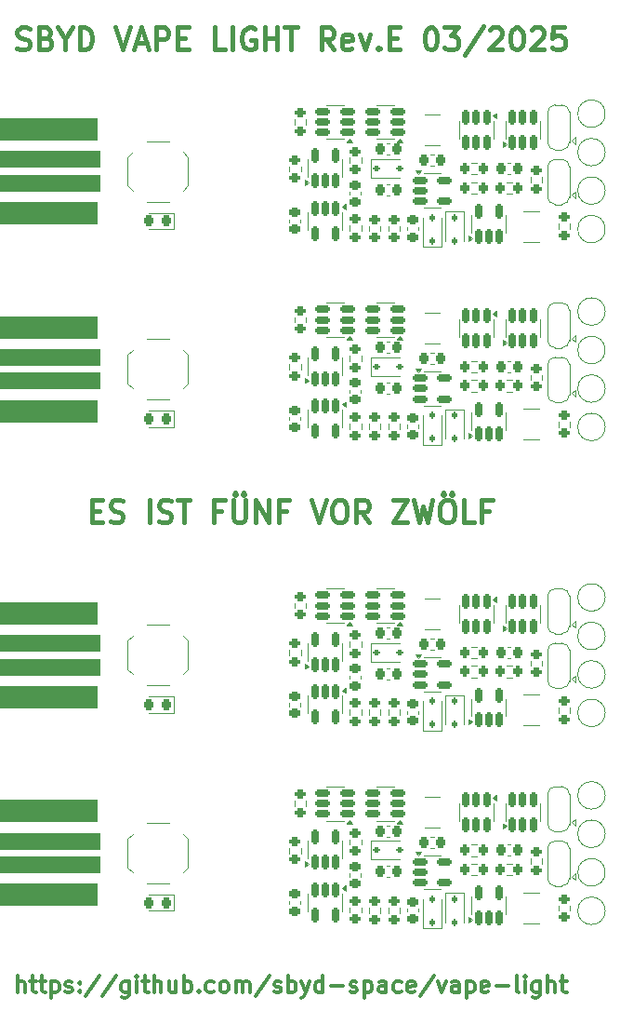
<source format=gto>
G04 #@! TF.GenerationSoftware,KiCad,Pcbnew,8.0.1*
G04 #@! TF.CreationDate,2025-03-12T15:21:45+01:00*
G04 #@! TF.ProjectId,panel_E,70616e65-6c5f-4452-9e6b-696361645f70,E*
G04 #@! TF.SameCoordinates,Original*
G04 #@! TF.FileFunction,Legend,Top*
G04 #@! TF.FilePolarity,Positive*
%FSLAX46Y46*%
G04 Gerber Fmt 4.6, Leading zero omitted, Abs format (unit mm)*
G04 Created by KiCad (PCBNEW 8.0.1) date 2025-03-12 15:21:45*
%MOMM*%
%LPD*%
G01*
G04 APERTURE LIST*
G04 Aperture macros list*
%AMRoundRect*
0 Rectangle with rounded corners*
0 $1 Rounding radius*
0 $2 $3 $4 $5 $6 $7 $8 $9 X,Y pos of 4 corners*
0 Add a 4 corners polygon primitive as box body*
4,1,4,$2,$3,$4,$5,$6,$7,$8,$9,$2,$3,0*
0 Add four circle primitives for the rounded corners*
1,1,$1+$1,$2,$3*
1,1,$1+$1,$4,$5*
1,1,$1+$1,$6,$7*
1,1,$1+$1,$8,$9*
0 Add four rect primitives between the rounded corners*
20,1,$1+$1,$2,$3,$4,$5,0*
20,1,$1+$1,$4,$5,$6,$7,0*
20,1,$1+$1,$6,$7,$8,$9,0*
20,1,$1+$1,$8,$9,$2,$3,0*%
%AMFreePoly0*
4,1,19,0.550000,-0.750000,0.000000,-0.750000,0.000000,-0.744911,-0.071157,-0.744911,-0.207708,-0.704816,-0.327430,-0.627875,-0.420627,-0.520320,-0.479746,-0.390866,-0.500000,-0.250000,-0.500000,0.250000,-0.479746,0.390866,-0.420627,0.520320,-0.327430,0.627875,-0.207708,0.704816,-0.071157,0.744911,0.000000,0.744911,0.000000,0.750000,0.550000,0.750000,0.550000,-0.750000,0.550000,-0.750000,
$1*%
%AMFreePoly1*
4,1,19,0.000000,0.744911,0.071157,0.744911,0.207708,0.704816,0.327430,0.627875,0.420627,0.520320,0.479746,0.390866,0.500000,0.250000,0.500000,-0.250000,0.479746,-0.390866,0.420627,-0.520320,0.327430,-0.627875,0.207708,-0.704816,0.071157,-0.744911,0.000000,-0.744911,0.000000,-0.750000,-0.550000,-0.750000,-0.550000,0.750000,0.000000,0.750000,0.000000,0.744911,0.000000,0.744911,
$1*%
G04 Aperture macros list end*
%ADD10C,0.300000*%
%ADD11C,0.400000*%
%ADD12C,0.120000*%
%ADD13C,0.100000*%
%ADD14RoundRect,0.225000X0.225000X0.250000X-0.225000X0.250000X-0.225000X-0.250000X0.225000X-0.250000X0*%
%ADD15C,0.500000*%
%ADD16R,0.750000X1.000000*%
%ADD17RoundRect,0.200000X0.275000X-0.200000X0.275000X0.200000X-0.275000X0.200000X-0.275000X-0.200000X0*%
%ADD18RoundRect,0.225000X0.250000X-0.225000X0.250000X0.225000X-0.250000X0.225000X-0.250000X-0.225000X0*%
%ADD19RoundRect,0.200000X-0.200000X-0.275000X0.200000X-0.275000X0.200000X0.275000X-0.200000X0.275000X0*%
%ADD20FreePoly0,90.000000*%
%ADD21R,1.500000X1.000000*%
%ADD22FreePoly1,90.000000*%
%ADD23RoundRect,0.225000X-0.250000X0.225000X-0.250000X-0.225000X0.250000X-0.225000X0.250000X0.225000X0*%
%ADD24C,1.152000*%
%ADD25RoundRect,0.218750X0.218750X0.256250X-0.218750X0.256250X-0.218750X-0.256250X0.218750X-0.256250X0*%
%ADD26RoundRect,0.225000X-0.225000X-0.250000X0.225000X-0.250000X0.225000X0.250000X-0.225000X0.250000X0*%
%ADD27C,2.000000*%
%ADD28RoundRect,0.112500X-0.187500X-0.112500X0.187500X-0.112500X0.187500X0.112500X-0.187500X0.112500X0*%
%ADD29RoundRect,0.112500X0.112500X-0.187500X0.112500X0.187500X-0.112500X0.187500X-0.112500X-0.187500X0*%
%ADD30R,0.800000X2.700000*%
%ADD31RoundRect,1.000000X5.000000X-0.000010X5.000000X0.000010X-5.000000X0.000010X-5.000000X-0.000010X0*%
%ADD32RoundRect,0.750000X5.000000X-0.000010X5.000000X0.000010X-5.000000X0.000010X-5.000000X-0.000010X0*%
%ADD33RoundRect,0.150000X0.512500X0.150000X-0.512500X0.150000X-0.512500X-0.150000X0.512500X-0.150000X0*%
%ADD34RoundRect,0.150000X0.150000X-0.512500X0.150000X0.512500X-0.150000X0.512500X-0.150000X-0.512500X0*%
%ADD35RoundRect,0.150000X-0.150000X0.512500X-0.150000X-0.512500X0.150000X-0.512500X0.150000X0.512500X0*%
%ADD36RoundRect,0.200000X-0.275000X0.200000X-0.275000X-0.200000X0.275000X-0.200000X0.275000X0.200000X0*%
%ADD37RoundRect,0.200000X0.200000X0.275000X-0.200000X0.275000X-0.200000X-0.275000X0.200000X-0.275000X0*%
%ADD38RoundRect,0.150000X-0.512500X-0.150000X0.512500X-0.150000X0.512500X0.150000X-0.512500X0.150000X0*%
%ADD39RoundRect,0.112500X-0.112500X0.187500X-0.112500X-0.187500X0.112500X-0.187500X0.112500X0.187500X0*%
G04 APERTURE END LIST*
D10*
X12607140Y-89178328D02*
X12607140Y-87678328D01*
X13249998Y-89178328D02*
X13249998Y-88392614D01*
X13249998Y-88392614D02*
X13178569Y-88249757D01*
X13178569Y-88249757D02*
X13035712Y-88178328D01*
X13035712Y-88178328D02*
X12821426Y-88178328D01*
X12821426Y-88178328D02*
X12678569Y-88249757D01*
X12678569Y-88249757D02*
X12607140Y-88321185D01*
X13749998Y-88178328D02*
X14321426Y-88178328D01*
X13964283Y-87678328D02*
X13964283Y-88964042D01*
X13964283Y-88964042D02*
X14035712Y-89106900D01*
X14035712Y-89106900D02*
X14178569Y-89178328D01*
X14178569Y-89178328D02*
X14321426Y-89178328D01*
X14607141Y-88178328D02*
X15178569Y-88178328D01*
X14821426Y-87678328D02*
X14821426Y-88964042D01*
X14821426Y-88964042D02*
X14892855Y-89106900D01*
X14892855Y-89106900D02*
X15035712Y-89178328D01*
X15035712Y-89178328D02*
X15178569Y-89178328D01*
X15678569Y-88178328D02*
X15678569Y-89678328D01*
X15678569Y-88249757D02*
X15821427Y-88178328D01*
X15821427Y-88178328D02*
X16107141Y-88178328D01*
X16107141Y-88178328D02*
X16249998Y-88249757D01*
X16249998Y-88249757D02*
X16321427Y-88321185D01*
X16321427Y-88321185D02*
X16392855Y-88464042D01*
X16392855Y-88464042D02*
X16392855Y-88892614D01*
X16392855Y-88892614D02*
X16321427Y-89035471D01*
X16321427Y-89035471D02*
X16249998Y-89106900D01*
X16249998Y-89106900D02*
X16107141Y-89178328D01*
X16107141Y-89178328D02*
X15821427Y-89178328D01*
X15821427Y-89178328D02*
X15678569Y-89106900D01*
X16964284Y-89106900D02*
X17107141Y-89178328D01*
X17107141Y-89178328D02*
X17392855Y-89178328D01*
X17392855Y-89178328D02*
X17535712Y-89106900D01*
X17535712Y-89106900D02*
X17607141Y-88964042D01*
X17607141Y-88964042D02*
X17607141Y-88892614D01*
X17607141Y-88892614D02*
X17535712Y-88749757D01*
X17535712Y-88749757D02*
X17392855Y-88678328D01*
X17392855Y-88678328D02*
X17178570Y-88678328D01*
X17178570Y-88678328D02*
X17035712Y-88606900D01*
X17035712Y-88606900D02*
X16964284Y-88464042D01*
X16964284Y-88464042D02*
X16964284Y-88392614D01*
X16964284Y-88392614D02*
X17035712Y-88249757D01*
X17035712Y-88249757D02*
X17178570Y-88178328D01*
X17178570Y-88178328D02*
X17392855Y-88178328D01*
X17392855Y-88178328D02*
X17535712Y-88249757D01*
X18249998Y-89035471D02*
X18321427Y-89106900D01*
X18321427Y-89106900D02*
X18249998Y-89178328D01*
X18249998Y-89178328D02*
X18178570Y-89106900D01*
X18178570Y-89106900D02*
X18249998Y-89035471D01*
X18249998Y-89035471D02*
X18249998Y-89178328D01*
X18249998Y-88249757D02*
X18321427Y-88321185D01*
X18321427Y-88321185D02*
X18249998Y-88392614D01*
X18249998Y-88392614D02*
X18178570Y-88321185D01*
X18178570Y-88321185D02*
X18249998Y-88249757D01*
X18249998Y-88249757D02*
X18249998Y-88392614D01*
X20035713Y-87606900D02*
X18749999Y-89535471D01*
X21607142Y-87606900D02*
X20321428Y-89535471D01*
X22750000Y-88178328D02*
X22750000Y-89392614D01*
X22750000Y-89392614D02*
X22678571Y-89535471D01*
X22678571Y-89535471D02*
X22607142Y-89606900D01*
X22607142Y-89606900D02*
X22464285Y-89678328D01*
X22464285Y-89678328D02*
X22250000Y-89678328D01*
X22250000Y-89678328D02*
X22107142Y-89606900D01*
X22750000Y-89106900D02*
X22607142Y-89178328D01*
X22607142Y-89178328D02*
X22321428Y-89178328D01*
X22321428Y-89178328D02*
X22178571Y-89106900D01*
X22178571Y-89106900D02*
X22107142Y-89035471D01*
X22107142Y-89035471D02*
X22035714Y-88892614D01*
X22035714Y-88892614D02*
X22035714Y-88464042D01*
X22035714Y-88464042D02*
X22107142Y-88321185D01*
X22107142Y-88321185D02*
X22178571Y-88249757D01*
X22178571Y-88249757D02*
X22321428Y-88178328D01*
X22321428Y-88178328D02*
X22607142Y-88178328D01*
X22607142Y-88178328D02*
X22750000Y-88249757D01*
X23464285Y-89178328D02*
X23464285Y-88178328D01*
X23464285Y-87678328D02*
X23392857Y-87749757D01*
X23392857Y-87749757D02*
X23464285Y-87821185D01*
X23464285Y-87821185D02*
X23535714Y-87749757D01*
X23535714Y-87749757D02*
X23464285Y-87678328D01*
X23464285Y-87678328D02*
X23464285Y-87821185D01*
X23964286Y-88178328D02*
X24535714Y-88178328D01*
X24178571Y-87678328D02*
X24178571Y-88964042D01*
X24178571Y-88964042D02*
X24250000Y-89106900D01*
X24250000Y-89106900D02*
X24392857Y-89178328D01*
X24392857Y-89178328D02*
X24535714Y-89178328D01*
X25035714Y-89178328D02*
X25035714Y-87678328D01*
X25678572Y-89178328D02*
X25678572Y-88392614D01*
X25678572Y-88392614D02*
X25607143Y-88249757D01*
X25607143Y-88249757D02*
X25464286Y-88178328D01*
X25464286Y-88178328D02*
X25250000Y-88178328D01*
X25250000Y-88178328D02*
X25107143Y-88249757D01*
X25107143Y-88249757D02*
X25035714Y-88321185D01*
X27035715Y-88178328D02*
X27035715Y-89178328D01*
X26392857Y-88178328D02*
X26392857Y-88964042D01*
X26392857Y-88964042D02*
X26464286Y-89106900D01*
X26464286Y-89106900D02*
X26607143Y-89178328D01*
X26607143Y-89178328D02*
X26821429Y-89178328D01*
X26821429Y-89178328D02*
X26964286Y-89106900D01*
X26964286Y-89106900D02*
X27035715Y-89035471D01*
X27750000Y-89178328D02*
X27750000Y-87678328D01*
X27750000Y-88249757D02*
X27892858Y-88178328D01*
X27892858Y-88178328D02*
X28178572Y-88178328D01*
X28178572Y-88178328D02*
X28321429Y-88249757D01*
X28321429Y-88249757D02*
X28392858Y-88321185D01*
X28392858Y-88321185D02*
X28464286Y-88464042D01*
X28464286Y-88464042D02*
X28464286Y-88892614D01*
X28464286Y-88892614D02*
X28392858Y-89035471D01*
X28392858Y-89035471D02*
X28321429Y-89106900D01*
X28321429Y-89106900D02*
X28178572Y-89178328D01*
X28178572Y-89178328D02*
X27892858Y-89178328D01*
X27892858Y-89178328D02*
X27750000Y-89106900D01*
X29107143Y-89035471D02*
X29178572Y-89106900D01*
X29178572Y-89106900D02*
X29107143Y-89178328D01*
X29107143Y-89178328D02*
X29035715Y-89106900D01*
X29035715Y-89106900D02*
X29107143Y-89035471D01*
X29107143Y-89035471D02*
X29107143Y-89178328D01*
X30464287Y-89106900D02*
X30321429Y-89178328D01*
X30321429Y-89178328D02*
X30035715Y-89178328D01*
X30035715Y-89178328D02*
X29892858Y-89106900D01*
X29892858Y-89106900D02*
X29821429Y-89035471D01*
X29821429Y-89035471D02*
X29750001Y-88892614D01*
X29750001Y-88892614D02*
X29750001Y-88464042D01*
X29750001Y-88464042D02*
X29821429Y-88321185D01*
X29821429Y-88321185D02*
X29892858Y-88249757D01*
X29892858Y-88249757D02*
X30035715Y-88178328D01*
X30035715Y-88178328D02*
X30321429Y-88178328D01*
X30321429Y-88178328D02*
X30464287Y-88249757D01*
X31321429Y-89178328D02*
X31178572Y-89106900D01*
X31178572Y-89106900D02*
X31107143Y-89035471D01*
X31107143Y-89035471D02*
X31035715Y-88892614D01*
X31035715Y-88892614D02*
X31035715Y-88464042D01*
X31035715Y-88464042D02*
X31107143Y-88321185D01*
X31107143Y-88321185D02*
X31178572Y-88249757D01*
X31178572Y-88249757D02*
X31321429Y-88178328D01*
X31321429Y-88178328D02*
X31535715Y-88178328D01*
X31535715Y-88178328D02*
X31678572Y-88249757D01*
X31678572Y-88249757D02*
X31750001Y-88321185D01*
X31750001Y-88321185D02*
X31821429Y-88464042D01*
X31821429Y-88464042D02*
X31821429Y-88892614D01*
X31821429Y-88892614D02*
X31750001Y-89035471D01*
X31750001Y-89035471D02*
X31678572Y-89106900D01*
X31678572Y-89106900D02*
X31535715Y-89178328D01*
X31535715Y-89178328D02*
X31321429Y-89178328D01*
X32464286Y-89178328D02*
X32464286Y-88178328D01*
X32464286Y-88321185D02*
X32535715Y-88249757D01*
X32535715Y-88249757D02*
X32678572Y-88178328D01*
X32678572Y-88178328D02*
X32892858Y-88178328D01*
X32892858Y-88178328D02*
X33035715Y-88249757D01*
X33035715Y-88249757D02*
X33107144Y-88392614D01*
X33107144Y-88392614D02*
X33107144Y-89178328D01*
X33107144Y-88392614D02*
X33178572Y-88249757D01*
X33178572Y-88249757D02*
X33321429Y-88178328D01*
X33321429Y-88178328D02*
X33535715Y-88178328D01*
X33535715Y-88178328D02*
X33678572Y-88249757D01*
X33678572Y-88249757D02*
X33750001Y-88392614D01*
X33750001Y-88392614D02*
X33750001Y-89178328D01*
X35535715Y-87606900D02*
X34250001Y-89535471D01*
X35964287Y-89106900D02*
X36107144Y-89178328D01*
X36107144Y-89178328D02*
X36392858Y-89178328D01*
X36392858Y-89178328D02*
X36535715Y-89106900D01*
X36535715Y-89106900D02*
X36607144Y-88964042D01*
X36607144Y-88964042D02*
X36607144Y-88892614D01*
X36607144Y-88892614D02*
X36535715Y-88749757D01*
X36535715Y-88749757D02*
X36392858Y-88678328D01*
X36392858Y-88678328D02*
X36178573Y-88678328D01*
X36178573Y-88678328D02*
X36035715Y-88606900D01*
X36035715Y-88606900D02*
X35964287Y-88464042D01*
X35964287Y-88464042D02*
X35964287Y-88392614D01*
X35964287Y-88392614D02*
X36035715Y-88249757D01*
X36035715Y-88249757D02*
X36178573Y-88178328D01*
X36178573Y-88178328D02*
X36392858Y-88178328D01*
X36392858Y-88178328D02*
X36535715Y-88249757D01*
X37250001Y-89178328D02*
X37250001Y-87678328D01*
X37250001Y-88249757D02*
X37392859Y-88178328D01*
X37392859Y-88178328D02*
X37678573Y-88178328D01*
X37678573Y-88178328D02*
X37821430Y-88249757D01*
X37821430Y-88249757D02*
X37892859Y-88321185D01*
X37892859Y-88321185D02*
X37964287Y-88464042D01*
X37964287Y-88464042D02*
X37964287Y-88892614D01*
X37964287Y-88892614D02*
X37892859Y-89035471D01*
X37892859Y-89035471D02*
X37821430Y-89106900D01*
X37821430Y-89106900D02*
X37678573Y-89178328D01*
X37678573Y-89178328D02*
X37392859Y-89178328D01*
X37392859Y-89178328D02*
X37250001Y-89106900D01*
X38464287Y-88178328D02*
X38821430Y-89178328D01*
X39178573Y-88178328D02*
X38821430Y-89178328D01*
X38821430Y-89178328D02*
X38678573Y-89535471D01*
X38678573Y-89535471D02*
X38607144Y-89606900D01*
X38607144Y-89606900D02*
X38464287Y-89678328D01*
X40392859Y-89178328D02*
X40392859Y-87678328D01*
X40392859Y-89106900D02*
X40250001Y-89178328D01*
X40250001Y-89178328D02*
X39964287Y-89178328D01*
X39964287Y-89178328D02*
X39821430Y-89106900D01*
X39821430Y-89106900D02*
X39750001Y-89035471D01*
X39750001Y-89035471D02*
X39678573Y-88892614D01*
X39678573Y-88892614D02*
X39678573Y-88464042D01*
X39678573Y-88464042D02*
X39750001Y-88321185D01*
X39750001Y-88321185D02*
X39821430Y-88249757D01*
X39821430Y-88249757D02*
X39964287Y-88178328D01*
X39964287Y-88178328D02*
X40250001Y-88178328D01*
X40250001Y-88178328D02*
X40392859Y-88249757D01*
X41107144Y-88606900D02*
X42250002Y-88606900D01*
X42892859Y-89106900D02*
X43035716Y-89178328D01*
X43035716Y-89178328D02*
X43321430Y-89178328D01*
X43321430Y-89178328D02*
X43464287Y-89106900D01*
X43464287Y-89106900D02*
X43535716Y-88964042D01*
X43535716Y-88964042D02*
X43535716Y-88892614D01*
X43535716Y-88892614D02*
X43464287Y-88749757D01*
X43464287Y-88749757D02*
X43321430Y-88678328D01*
X43321430Y-88678328D02*
X43107145Y-88678328D01*
X43107145Y-88678328D02*
X42964287Y-88606900D01*
X42964287Y-88606900D02*
X42892859Y-88464042D01*
X42892859Y-88464042D02*
X42892859Y-88392614D01*
X42892859Y-88392614D02*
X42964287Y-88249757D01*
X42964287Y-88249757D02*
X43107145Y-88178328D01*
X43107145Y-88178328D02*
X43321430Y-88178328D01*
X43321430Y-88178328D02*
X43464287Y-88249757D01*
X44178573Y-88178328D02*
X44178573Y-89678328D01*
X44178573Y-88249757D02*
X44321431Y-88178328D01*
X44321431Y-88178328D02*
X44607145Y-88178328D01*
X44607145Y-88178328D02*
X44750002Y-88249757D01*
X44750002Y-88249757D02*
X44821431Y-88321185D01*
X44821431Y-88321185D02*
X44892859Y-88464042D01*
X44892859Y-88464042D02*
X44892859Y-88892614D01*
X44892859Y-88892614D02*
X44821431Y-89035471D01*
X44821431Y-89035471D02*
X44750002Y-89106900D01*
X44750002Y-89106900D02*
X44607145Y-89178328D01*
X44607145Y-89178328D02*
X44321431Y-89178328D01*
X44321431Y-89178328D02*
X44178573Y-89106900D01*
X46178574Y-89178328D02*
X46178574Y-88392614D01*
X46178574Y-88392614D02*
X46107145Y-88249757D01*
X46107145Y-88249757D02*
X45964288Y-88178328D01*
X45964288Y-88178328D02*
X45678574Y-88178328D01*
X45678574Y-88178328D02*
X45535716Y-88249757D01*
X46178574Y-89106900D02*
X46035716Y-89178328D01*
X46035716Y-89178328D02*
X45678574Y-89178328D01*
X45678574Y-89178328D02*
X45535716Y-89106900D01*
X45535716Y-89106900D02*
X45464288Y-88964042D01*
X45464288Y-88964042D02*
X45464288Y-88821185D01*
X45464288Y-88821185D02*
X45535716Y-88678328D01*
X45535716Y-88678328D02*
X45678574Y-88606900D01*
X45678574Y-88606900D02*
X46035716Y-88606900D01*
X46035716Y-88606900D02*
X46178574Y-88535471D01*
X47535717Y-89106900D02*
X47392859Y-89178328D01*
X47392859Y-89178328D02*
X47107145Y-89178328D01*
X47107145Y-89178328D02*
X46964288Y-89106900D01*
X46964288Y-89106900D02*
X46892859Y-89035471D01*
X46892859Y-89035471D02*
X46821431Y-88892614D01*
X46821431Y-88892614D02*
X46821431Y-88464042D01*
X46821431Y-88464042D02*
X46892859Y-88321185D01*
X46892859Y-88321185D02*
X46964288Y-88249757D01*
X46964288Y-88249757D02*
X47107145Y-88178328D01*
X47107145Y-88178328D02*
X47392859Y-88178328D01*
X47392859Y-88178328D02*
X47535717Y-88249757D01*
X48750002Y-89106900D02*
X48607145Y-89178328D01*
X48607145Y-89178328D02*
X48321431Y-89178328D01*
X48321431Y-89178328D02*
X48178573Y-89106900D01*
X48178573Y-89106900D02*
X48107145Y-88964042D01*
X48107145Y-88964042D02*
X48107145Y-88392614D01*
X48107145Y-88392614D02*
X48178573Y-88249757D01*
X48178573Y-88249757D02*
X48321431Y-88178328D01*
X48321431Y-88178328D02*
X48607145Y-88178328D01*
X48607145Y-88178328D02*
X48750002Y-88249757D01*
X48750002Y-88249757D02*
X48821431Y-88392614D01*
X48821431Y-88392614D02*
X48821431Y-88535471D01*
X48821431Y-88535471D02*
X48107145Y-88678328D01*
X50535716Y-87606900D02*
X49250002Y-89535471D01*
X50892859Y-88178328D02*
X51250002Y-89178328D01*
X51250002Y-89178328D02*
X51607145Y-88178328D01*
X52821431Y-89178328D02*
X52821431Y-88392614D01*
X52821431Y-88392614D02*
X52750002Y-88249757D01*
X52750002Y-88249757D02*
X52607145Y-88178328D01*
X52607145Y-88178328D02*
X52321431Y-88178328D01*
X52321431Y-88178328D02*
X52178573Y-88249757D01*
X52821431Y-89106900D02*
X52678573Y-89178328D01*
X52678573Y-89178328D02*
X52321431Y-89178328D01*
X52321431Y-89178328D02*
X52178573Y-89106900D01*
X52178573Y-89106900D02*
X52107145Y-88964042D01*
X52107145Y-88964042D02*
X52107145Y-88821185D01*
X52107145Y-88821185D02*
X52178573Y-88678328D01*
X52178573Y-88678328D02*
X52321431Y-88606900D01*
X52321431Y-88606900D02*
X52678573Y-88606900D01*
X52678573Y-88606900D02*
X52821431Y-88535471D01*
X53535716Y-88178328D02*
X53535716Y-89678328D01*
X53535716Y-88249757D02*
X53678574Y-88178328D01*
X53678574Y-88178328D02*
X53964288Y-88178328D01*
X53964288Y-88178328D02*
X54107145Y-88249757D01*
X54107145Y-88249757D02*
X54178574Y-88321185D01*
X54178574Y-88321185D02*
X54250002Y-88464042D01*
X54250002Y-88464042D02*
X54250002Y-88892614D01*
X54250002Y-88892614D02*
X54178574Y-89035471D01*
X54178574Y-89035471D02*
X54107145Y-89106900D01*
X54107145Y-89106900D02*
X53964288Y-89178328D01*
X53964288Y-89178328D02*
X53678574Y-89178328D01*
X53678574Y-89178328D02*
X53535716Y-89106900D01*
X55464288Y-89106900D02*
X55321431Y-89178328D01*
X55321431Y-89178328D02*
X55035717Y-89178328D01*
X55035717Y-89178328D02*
X54892859Y-89106900D01*
X54892859Y-89106900D02*
X54821431Y-88964042D01*
X54821431Y-88964042D02*
X54821431Y-88392614D01*
X54821431Y-88392614D02*
X54892859Y-88249757D01*
X54892859Y-88249757D02*
X55035717Y-88178328D01*
X55035717Y-88178328D02*
X55321431Y-88178328D01*
X55321431Y-88178328D02*
X55464288Y-88249757D01*
X55464288Y-88249757D02*
X55535717Y-88392614D01*
X55535717Y-88392614D02*
X55535717Y-88535471D01*
X55535717Y-88535471D02*
X54821431Y-88678328D01*
X56178573Y-88606900D02*
X57321431Y-88606900D01*
X58250002Y-89178328D02*
X58107145Y-89106900D01*
X58107145Y-89106900D02*
X58035716Y-88964042D01*
X58035716Y-88964042D02*
X58035716Y-87678328D01*
X58821430Y-89178328D02*
X58821430Y-88178328D01*
X58821430Y-87678328D02*
X58750002Y-87749757D01*
X58750002Y-87749757D02*
X58821430Y-87821185D01*
X58821430Y-87821185D02*
X58892859Y-87749757D01*
X58892859Y-87749757D02*
X58821430Y-87678328D01*
X58821430Y-87678328D02*
X58821430Y-87821185D01*
X60178574Y-88178328D02*
X60178574Y-89392614D01*
X60178574Y-89392614D02*
X60107145Y-89535471D01*
X60107145Y-89535471D02*
X60035716Y-89606900D01*
X60035716Y-89606900D02*
X59892859Y-89678328D01*
X59892859Y-89678328D02*
X59678574Y-89678328D01*
X59678574Y-89678328D02*
X59535716Y-89606900D01*
X60178574Y-89106900D02*
X60035716Y-89178328D01*
X60035716Y-89178328D02*
X59750002Y-89178328D01*
X59750002Y-89178328D02*
X59607145Y-89106900D01*
X59607145Y-89106900D02*
X59535716Y-89035471D01*
X59535716Y-89035471D02*
X59464288Y-88892614D01*
X59464288Y-88892614D02*
X59464288Y-88464042D01*
X59464288Y-88464042D02*
X59535716Y-88321185D01*
X59535716Y-88321185D02*
X59607145Y-88249757D01*
X59607145Y-88249757D02*
X59750002Y-88178328D01*
X59750002Y-88178328D02*
X60035716Y-88178328D01*
X60035716Y-88178328D02*
X60178574Y-88249757D01*
X60892859Y-89178328D02*
X60892859Y-87678328D01*
X61535717Y-89178328D02*
X61535717Y-88392614D01*
X61535717Y-88392614D02*
X61464288Y-88249757D01*
X61464288Y-88249757D02*
X61321431Y-88178328D01*
X61321431Y-88178328D02*
X61107145Y-88178328D01*
X61107145Y-88178328D02*
X60964288Y-88249757D01*
X60964288Y-88249757D02*
X60892859Y-88321185D01*
X62035717Y-88178328D02*
X62607145Y-88178328D01*
X62250002Y-87678328D02*
X62250002Y-88964042D01*
X62250002Y-88964042D02*
X62321431Y-89106900D01*
X62321431Y-89106900D02*
X62464288Y-89178328D01*
X62464288Y-89178328D02*
X62607145Y-89178328D01*
D11*
X19357141Y-45356819D02*
X20023808Y-45356819D01*
X20309522Y-46404438D02*
X19357141Y-46404438D01*
X19357141Y-46404438D02*
X19357141Y-44404438D01*
X19357141Y-44404438D02*
X20309522Y-44404438D01*
X21071427Y-46309200D02*
X21357141Y-46404438D01*
X21357141Y-46404438D02*
X21833332Y-46404438D01*
X21833332Y-46404438D02*
X22023808Y-46309200D01*
X22023808Y-46309200D02*
X22119046Y-46213961D01*
X22119046Y-46213961D02*
X22214284Y-46023485D01*
X22214284Y-46023485D02*
X22214284Y-45833009D01*
X22214284Y-45833009D02*
X22119046Y-45642533D01*
X22119046Y-45642533D02*
X22023808Y-45547295D01*
X22023808Y-45547295D02*
X21833332Y-45452057D01*
X21833332Y-45452057D02*
X21452379Y-45356819D01*
X21452379Y-45356819D02*
X21261903Y-45261580D01*
X21261903Y-45261580D02*
X21166665Y-45166342D01*
X21166665Y-45166342D02*
X21071427Y-44975866D01*
X21071427Y-44975866D02*
X21071427Y-44785390D01*
X21071427Y-44785390D02*
X21166665Y-44594914D01*
X21166665Y-44594914D02*
X21261903Y-44499676D01*
X21261903Y-44499676D02*
X21452379Y-44404438D01*
X21452379Y-44404438D02*
X21928570Y-44404438D01*
X21928570Y-44404438D02*
X22214284Y-44499676D01*
X24595237Y-46404438D02*
X24595237Y-44404438D01*
X25452380Y-46309200D02*
X25738094Y-46404438D01*
X25738094Y-46404438D02*
X26214285Y-46404438D01*
X26214285Y-46404438D02*
X26404761Y-46309200D01*
X26404761Y-46309200D02*
X26499999Y-46213961D01*
X26499999Y-46213961D02*
X26595237Y-46023485D01*
X26595237Y-46023485D02*
X26595237Y-45833009D01*
X26595237Y-45833009D02*
X26499999Y-45642533D01*
X26499999Y-45642533D02*
X26404761Y-45547295D01*
X26404761Y-45547295D02*
X26214285Y-45452057D01*
X26214285Y-45452057D02*
X25833332Y-45356819D01*
X25833332Y-45356819D02*
X25642856Y-45261580D01*
X25642856Y-45261580D02*
X25547618Y-45166342D01*
X25547618Y-45166342D02*
X25452380Y-44975866D01*
X25452380Y-44975866D02*
X25452380Y-44785390D01*
X25452380Y-44785390D02*
X25547618Y-44594914D01*
X25547618Y-44594914D02*
X25642856Y-44499676D01*
X25642856Y-44499676D02*
X25833332Y-44404438D01*
X25833332Y-44404438D02*
X26309523Y-44404438D01*
X26309523Y-44404438D02*
X26595237Y-44499676D01*
X27166666Y-44404438D02*
X28309523Y-44404438D01*
X27738094Y-46404438D02*
X27738094Y-44404438D01*
X31166667Y-45356819D02*
X30500000Y-45356819D01*
X30500000Y-46404438D02*
X30500000Y-44404438D01*
X30500000Y-44404438D02*
X31452381Y-44404438D01*
X32214286Y-44404438D02*
X32214286Y-46023485D01*
X32214286Y-46023485D02*
X32309524Y-46213961D01*
X32309524Y-46213961D02*
X32404762Y-46309200D01*
X32404762Y-46309200D02*
X32595238Y-46404438D01*
X32595238Y-46404438D02*
X32976191Y-46404438D01*
X32976191Y-46404438D02*
X33166667Y-46309200D01*
X33166667Y-46309200D02*
X33261905Y-46213961D01*
X33261905Y-46213961D02*
X33357143Y-46023485D01*
X33357143Y-46023485D02*
X33357143Y-44404438D01*
X32404762Y-43737771D02*
X32500000Y-43833009D01*
X32500000Y-43833009D02*
X32404762Y-43928247D01*
X32404762Y-43928247D02*
X32309524Y-43833009D01*
X32309524Y-43833009D02*
X32404762Y-43737771D01*
X32404762Y-43737771D02*
X32404762Y-43928247D01*
X33166667Y-43737771D02*
X33261905Y-43833009D01*
X33261905Y-43833009D02*
X33166667Y-43928247D01*
X33166667Y-43928247D02*
X33071429Y-43833009D01*
X33071429Y-43833009D02*
X33166667Y-43737771D01*
X33166667Y-43737771D02*
X33166667Y-43928247D01*
X34309524Y-46404438D02*
X34309524Y-44404438D01*
X34309524Y-44404438D02*
X35452381Y-46404438D01*
X35452381Y-46404438D02*
X35452381Y-44404438D01*
X37071429Y-45356819D02*
X36404762Y-45356819D01*
X36404762Y-46404438D02*
X36404762Y-44404438D01*
X36404762Y-44404438D02*
X37357143Y-44404438D01*
X39357144Y-44404438D02*
X40023810Y-46404438D01*
X40023810Y-46404438D02*
X40690477Y-44404438D01*
X41738096Y-44404438D02*
X42119049Y-44404438D01*
X42119049Y-44404438D02*
X42309525Y-44499676D01*
X42309525Y-44499676D02*
X42500001Y-44690152D01*
X42500001Y-44690152D02*
X42595239Y-45071104D01*
X42595239Y-45071104D02*
X42595239Y-45737771D01*
X42595239Y-45737771D02*
X42500001Y-46118723D01*
X42500001Y-46118723D02*
X42309525Y-46309200D01*
X42309525Y-46309200D02*
X42119049Y-46404438D01*
X42119049Y-46404438D02*
X41738096Y-46404438D01*
X41738096Y-46404438D02*
X41547620Y-46309200D01*
X41547620Y-46309200D02*
X41357144Y-46118723D01*
X41357144Y-46118723D02*
X41261906Y-45737771D01*
X41261906Y-45737771D02*
X41261906Y-45071104D01*
X41261906Y-45071104D02*
X41357144Y-44690152D01*
X41357144Y-44690152D02*
X41547620Y-44499676D01*
X41547620Y-44499676D02*
X41738096Y-44404438D01*
X44595239Y-46404438D02*
X43928572Y-45452057D01*
X43452382Y-46404438D02*
X43452382Y-44404438D01*
X43452382Y-44404438D02*
X44214287Y-44404438D01*
X44214287Y-44404438D02*
X44404763Y-44499676D01*
X44404763Y-44499676D02*
X44500001Y-44594914D01*
X44500001Y-44594914D02*
X44595239Y-44785390D01*
X44595239Y-44785390D02*
X44595239Y-45071104D01*
X44595239Y-45071104D02*
X44500001Y-45261580D01*
X44500001Y-45261580D02*
X44404763Y-45356819D01*
X44404763Y-45356819D02*
X44214287Y-45452057D01*
X44214287Y-45452057D02*
X43452382Y-45452057D01*
X46785716Y-44404438D02*
X48119049Y-44404438D01*
X48119049Y-44404438D02*
X46785716Y-46404438D01*
X46785716Y-46404438D02*
X48119049Y-46404438D01*
X48690478Y-44404438D02*
X49166668Y-46404438D01*
X49166668Y-46404438D02*
X49547621Y-44975866D01*
X49547621Y-44975866D02*
X49928573Y-46404438D01*
X49928573Y-46404438D02*
X50404764Y-44404438D01*
X51547620Y-44404438D02*
X51928573Y-44404438D01*
X51928573Y-44404438D02*
X52119049Y-44499676D01*
X52119049Y-44499676D02*
X52309525Y-44690152D01*
X52309525Y-44690152D02*
X52404763Y-45071104D01*
X52404763Y-45071104D02*
X52404763Y-45737771D01*
X52404763Y-45737771D02*
X52309525Y-46118723D01*
X52309525Y-46118723D02*
X52119049Y-46309200D01*
X52119049Y-46309200D02*
X51928573Y-46404438D01*
X51928573Y-46404438D02*
X51547620Y-46404438D01*
X51547620Y-46404438D02*
X51357144Y-46309200D01*
X51357144Y-46309200D02*
X51166668Y-46118723D01*
X51166668Y-46118723D02*
X51071430Y-45737771D01*
X51071430Y-45737771D02*
X51071430Y-45071104D01*
X51071430Y-45071104D02*
X51166668Y-44690152D01*
X51166668Y-44690152D02*
X51357144Y-44499676D01*
X51357144Y-44499676D02*
X51547620Y-44404438D01*
X51357144Y-43737771D02*
X51452382Y-43833009D01*
X51452382Y-43833009D02*
X51357144Y-43928247D01*
X51357144Y-43928247D02*
X51261906Y-43833009D01*
X51261906Y-43833009D02*
X51357144Y-43737771D01*
X51357144Y-43737771D02*
X51357144Y-43928247D01*
X52119049Y-43737771D02*
X52214287Y-43833009D01*
X52214287Y-43833009D02*
X52119049Y-43928247D01*
X52119049Y-43928247D02*
X52023811Y-43833009D01*
X52023811Y-43833009D02*
X52119049Y-43737771D01*
X52119049Y-43737771D02*
X52119049Y-43928247D01*
X54214287Y-46404438D02*
X53261906Y-46404438D01*
X53261906Y-46404438D02*
X53261906Y-44404438D01*
X55547621Y-45356819D02*
X54880954Y-45356819D01*
X54880954Y-46404438D02*
X54880954Y-44404438D01*
X54880954Y-44404438D02*
X55833335Y-44404438D01*
X12547616Y-3309200D02*
X12833330Y-3404438D01*
X12833330Y-3404438D02*
X13309521Y-3404438D01*
X13309521Y-3404438D02*
X13499997Y-3309200D01*
X13499997Y-3309200D02*
X13595235Y-3213961D01*
X13595235Y-3213961D02*
X13690473Y-3023485D01*
X13690473Y-3023485D02*
X13690473Y-2833009D01*
X13690473Y-2833009D02*
X13595235Y-2642533D01*
X13595235Y-2642533D02*
X13499997Y-2547295D01*
X13499997Y-2547295D02*
X13309521Y-2452057D01*
X13309521Y-2452057D02*
X12928568Y-2356819D01*
X12928568Y-2356819D02*
X12738092Y-2261580D01*
X12738092Y-2261580D02*
X12642854Y-2166342D01*
X12642854Y-2166342D02*
X12547616Y-1975866D01*
X12547616Y-1975866D02*
X12547616Y-1785390D01*
X12547616Y-1785390D02*
X12642854Y-1594914D01*
X12642854Y-1594914D02*
X12738092Y-1499676D01*
X12738092Y-1499676D02*
X12928568Y-1404438D01*
X12928568Y-1404438D02*
X13404759Y-1404438D01*
X13404759Y-1404438D02*
X13690473Y-1499676D01*
X15214283Y-2356819D02*
X15499997Y-2452057D01*
X15499997Y-2452057D02*
X15595235Y-2547295D01*
X15595235Y-2547295D02*
X15690473Y-2737771D01*
X15690473Y-2737771D02*
X15690473Y-3023485D01*
X15690473Y-3023485D02*
X15595235Y-3213961D01*
X15595235Y-3213961D02*
X15499997Y-3309200D01*
X15499997Y-3309200D02*
X15309521Y-3404438D01*
X15309521Y-3404438D02*
X14547616Y-3404438D01*
X14547616Y-3404438D02*
X14547616Y-1404438D01*
X14547616Y-1404438D02*
X15214283Y-1404438D01*
X15214283Y-1404438D02*
X15404759Y-1499676D01*
X15404759Y-1499676D02*
X15499997Y-1594914D01*
X15499997Y-1594914D02*
X15595235Y-1785390D01*
X15595235Y-1785390D02*
X15595235Y-1975866D01*
X15595235Y-1975866D02*
X15499997Y-2166342D01*
X15499997Y-2166342D02*
X15404759Y-2261580D01*
X15404759Y-2261580D02*
X15214283Y-2356819D01*
X15214283Y-2356819D02*
X14547616Y-2356819D01*
X16928568Y-2452057D02*
X16928568Y-3404438D01*
X16261902Y-1404438D02*
X16928568Y-2452057D01*
X16928568Y-2452057D02*
X17595235Y-1404438D01*
X18261902Y-3404438D02*
X18261902Y-1404438D01*
X18261902Y-1404438D02*
X18738092Y-1404438D01*
X18738092Y-1404438D02*
X19023807Y-1499676D01*
X19023807Y-1499676D02*
X19214283Y-1690152D01*
X19214283Y-1690152D02*
X19309521Y-1880628D01*
X19309521Y-1880628D02*
X19404759Y-2261580D01*
X19404759Y-2261580D02*
X19404759Y-2547295D01*
X19404759Y-2547295D02*
X19309521Y-2928247D01*
X19309521Y-2928247D02*
X19214283Y-3118723D01*
X19214283Y-3118723D02*
X19023807Y-3309200D01*
X19023807Y-3309200D02*
X18738092Y-3404438D01*
X18738092Y-3404438D02*
X18261902Y-3404438D01*
X21499998Y-1404438D02*
X22166664Y-3404438D01*
X22166664Y-3404438D02*
X22833331Y-1404438D01*
X23404760Y-2833009D02*
X24357141Y-2833009D01*
X23214284Y-3404438D02*
X23880950Y-1404438D01*
X23880950Y-1404438D02*
X24547617Y-3404438D01*
X25214284Y-3404438D02*
X25214284Y-1404438D01*
X25214284Y-1404438D02*
X25976189Y-1404438D01*
X25976189Y-1404438D02*
X26166665Y-1499676D01*
X26166665Y-1499676D02*
X26261903Y-1594914D01*
X26261903Y-1594914D02*
X26357141Y-1785390D01*
X26357141Y-1785390D02*
X26357141Y-2071104D01*
X26357141Y-2071104D02*
X26261903Y-2261580D01*
X26261903Y-2261580D02*
X26166665Y-2356819D01*
X26166665Y-2356819D02*
X25976189Y-2452057D01*
X25976189Y-2452057D02*
X25214284Y-2452057D01*
X27214284Y-2356819D02*
X27880951Y-2356819D01*
X28166665Y-3404438D02*
X27214284Y-3404438D01*
X27214284Y-3404438D02*
X27214284Y-1404438D01*
X27214284Y-1404438D02*
X28166665Y-1404438D01*
X31499999Y-3404438D02*
X30547618Y-3404438D01*
X30547618Y-3404438D02*
X30547618Y-1404438D01*
X32166666Y-3404438D02*
X32166666Y-1404438D01*
X34166666Y-1499676D02*
X33976190Y-1404438D01*
X33976190Y-1404438D02*
X33690476Y-1404438D01*
X33690476Y-1404438D02*
X33404761Y-1499676D01*
X33404761Y-1499676D02*
X33214285Y-1690152D01*
X33214285Y-1690152D02*
X33119047Y-1880628D01*
X33119047Y-1880628D02*
X33023809Y-2261580D01*
X33023809Y-2261580D02*
X33023809Y-2547295D01*
X33023809Y-2547295D02*
X33119047Y-2928247D01*
X33119047Y-2928247D02*
X33214285Y-3118723D01*
X33214285Y-3118723D02*
X33404761Y-3309200D01*
X33404761Y-3309200D02*
X33690476Y-3404438D01*
X33690476Y-3404438D02*
X33880952Y-3404438D01*
X33880952Y-3404438D02*
X34166666Y-3309200D01*
X34166666Y-3309200D02*
X34261904Y-3213961D01*
X34261904Y-3213961D02*
X34261904Y-2547295D01*
X34261904Y-2547295D02*
X33880952Y-2547295D01*
X35119047Y-3404438D02*
X35119047Y-1404438D01*
X35119047Y-2356819D02*
X36261904Y-2356819D01*
X36261904Y-3404438D02*
X36261904Y-1404438D01*
X36928571Y-1404438D02*
X38071428Y-1404438D01*
X37499999Y-3404438D02*
X37499999Y-1404438D01*
X41404762Y-3404438D02*
X40738095Y-2452057D01*
X40261905Y-3404438D02*
X40261905Y-1404438D01*
X40261905Y-1404438D02*
X41023810Y-1404438D01*
X41023810Y-1404438D02*
X41214286Y-1499676D01*
X41214286Y-1499676D02*
X41309524Y-1594914D01*
X41309524Y-1594914D02*
X41404762Y-1785390D01*
X41404762Y-1785390D02*
X41404762Y-2071104D01*
X41404762Y-2071104D02*
X41309524Y-2261580D01*
X41309524Y-2261580D02*
X41214286Y-2356819D01*
X41214286Y-2356819D02*
X41023810Y-2452057D01*
X41023810Y-2452057D02*
X40261905Y-2452057D01*
X43023810Y-3309200D02*
X42833334Y-3404438D01*
X42833334Y-3404438D02*
X42452381Y-3404438D01*
X42452381Y-3404438D02*
X42261905Y-3309200D01*
X42261905Y-3309200D02*
X42166667Y-3118723D01*
X42166667Y-3118723D02*
X42166667Y-2356819D01*
X42166667Y-2356819D02*
X42261905Y-2166342D01*
X42261905Y-2166342D02*
X42452381Y-2071104D01*
X42452381Y-2071104D02*
X42833334Y-2071104D01*
X42833334Y-2071104D02*
X43023810Y-2166342D01*
X43023810Y-2166342D02*
X43119048Y-2356819D01*
X43119048Y-2356819D02*
X43119048Y-2547295D01*
X43119048Y-2547295D02*
X42166667Y-2737771D01*
X43785715Y-2071104D02*
X44261905Y-3404438D01*
X44261905Y-3404438D02*
X44738096Y-2071104D01*
X45500001Y-3213961D02*
X45595239Y-3309200D01*
X45595239Y-3309200D02*
X45500001Y-3404438D01*
X45500001Y-3404438D02*
X45404763Y-3309200D01*
X45404763Y-3309200D02*
X45500001Y-3213961D01*
X45500001Y-3213961D02*
X45500001Y-3404438D01*
X46452382Y-2356819D02*
X47119049Y-2356819D01*
X47404763Y-3404438D02*
X46452382Y-3404438D01*
X46452382Y-3404438D02*
X46452382Y-1404438D01*
X46452382Y-1404438D02*
X47404763Y-1404438D01*
X50166668Y-1404438D02*
X50357145Y-1404438D01*
X50357145Y-1404438D02*
X50547621Y-1499676D01*
X50547621Y-1499676D02*
X50642859Y-1594914D01*
X50642859Y-1594914D02*
X50738097Y-1785390D01*
X50738097Y-1785390D02*
X50833335Y-2166342D01*
X50833335Y-2166342D02*
X50833335Y-2642533D01*
X50833335Y-2642533D02*
X50738097Y-3023485D01*
X50738097Y-3023485D02*
X50642859Y-3213961D01*
X50642859Y-3213961D02*
X50547621Y-3309200D01*
X50547621Y-3309200D02*
X50357145Y-3404438D01*
X50357145Y-3404438D02*
X50166668Y-3404438D01*
X50166668Y-3404438D02*
X49976192Y-3309200D01*
X49976192Y-3309200D02*
X49880954Y-3213961D01*
X49880954Y-3213961D02*
X49785716Y-3023485D01*
X49785716Y-3023485D02*
X49690478Y-2642533D01*
X49690478Y-2642533D02*
X49690478Y-2166342D01*
X49690478Y-2166342D02*
X49785716Y-1785390D01*
X49785716Y-1785390D02*
X49880954Y-1594914D01*
X49880954Y-1594914D02*
X49976192Y-1499676D01*
X49976192Y-1499676D02*
X50166668Y-1404438D01*
X51500002Y-1404438D02*
X52738097Y-1404438D01*
X52738097Y-1404438D02*
X52071430Y-2166342D01*
X52071430Y-2166342D02*
X52357145Y-2166342D01*
X52357145Y-2166342D02*
X52547621Y-2261580D01*
X52547621Y-2261580D02*
X52642859Y-2356819D01*
X52642859Y-2356819D02*
X52738097Y-2547295D01*
X52738097Y-2547295D02*
X52738097Y-3023485D01*
X52738097Y-3023485D02*
X52642859Y-3213961D01*
X52642859Y-3213961D02*
X52547621Y-3309200D01*
X52547621Y-3309200D02*
X52357145Y-3404438D01*
X52357145Y-3404438D02*
X51785716Y-3404438D01*
X51785716Y-3404438D02*
X51595240Y-3309200D01*
X51595240Y-3309200D02*
X51500002Y-3213961D01*
X55023811Y-1309200D02*
X53309526Y-3880628D01*
X55595240Y-1594914D02*
X55690478Y-1499676D01*
X55690478Y-1499676D02*
X55880954Y-1404438D01*
X55880954Y-1404438D02*
X56357145Y-1404438D01*
X56357145Y-1404438D02*
X56547621Y-1499676D01*
X56547621Y-1499676D02*
X56642859Y-1594914D01*
X56642859Y-1594914D02*
X56738097Y-1785390D01*
X56738097Y-1785390D02*
X56738097Y-1975866D01*
X56738097Y-1975866D02*
X56642859Y-2261580D01*
X56642859Y-2261580D02*
X55500002Y-3404438D01*
X55500002Y-3404438D02*
X56738097Y-3404438D01*
X57976192Y-1404438D02*
X58166669Y-1404438D01*
X58166669Y-1404438D02*
X58357145Y-1499676D01*
X58357145Y-1499676D02*
X58452383Y-1594914D01*
X58452383Y-1594914D02*
X58547621Y-1785390D01*
X58547621Y-1785390D02*
X58642859Y-2166342D01*
X58642859Y-2166342D02*
X58642859Y-2642533D01*
X58642859Y-2642533D02*
X58547621Y-3023485D01*
X58547621Y-3023485D02*
X58452383Y-3213961D01*
X58452383Y-3213961D02*
X58357145Y-3309200D01*
X58357145Y-3309200D02*
X58166669Y-3404438D01*
X58166669Y-3404438D02*
X57976192Y-3404438D01*
X57976192Y-3404438D02*
X57785716Y-3309200D01*
X57785716Y-3309200D02*
X57690478Y-3213961D01*
X57690478Y-3213961D02*
X57595240Y-3023485D01*
X57595240Y-3023485D02*
X57500002Y-2642533D01*
X57500002Y-2642533D02*
X57500002Y-2166342D01*
X57500002Y-2166342D02*
X57595240Y-1785390D01*
X57595240Y-1785390D02*
X57690478Y-1594914D01*
X57690478Y-1594914D02*
X57785716Y-1499676D01*
X57785716Y-1499676D02*
X57976192Y-1404438D01*
X59404764Y-1594914D02*
X59500002Y-1499676D01*
X59500002Y-1499676D02*
X59690478Y-1404438D01*
X59690478Y-1404438D02*
X60166669Y-1404438D01*
X60166669Y-1404438D02*
X60357145Y-1499676D01*
X60357145Y-1499676D02*
X60452383Y-1594914D01*
X60452383Y-1594914D02*
X60547621Y-1785390D01*
X60547621Y-1785390D02*
X60547621Y-1975866D01*
X60547621Y-1975866D02*
X60452383Y-2261580D01*
X60452383Y-2261580D02*
X59309526Y-3404438D01*
X59309526Y-3404438D02*
X60547621Y-3404438D01*
X62357145Y-1404438D02*
X61404764Y-1404438D01*
X61404764Y-1404438D02*
X61309526Y-2356819D01*
X61309526Y-2356819D02*
X61404764Y-2261580D01*
X61404764Y-2261580D02*
X61595240Y-2166342D01*
X61595240Y-2166342D02*
X62071431Y-2166342D01*
X62071431Y-2166342D02*
X62261907Y-2261580D01*
X62261907Y-2261580D02*
X62357145Y-2356819D01*
X62357145Y-2356819D02*
X62452383Y-2547295D01*
X62452383Y-2547295D02*
X62452383Y-3023485D01*
X62452383Y-3023485D02*
X62357145Y-3213961D01*
X62357145Y-3213961D02*
X62261907Y-3309200D01*
X62261907Y-3309200D02*
X62071431Y-3404438D01*
X62071431Y-3404438D02*
X61595240Y-3404438D01*
X61595240Y-3404438D02*
X61404764Y-3309200D01*
X61404764Y-3309200D02*
X61309526Y-3213961D01*
D12*
G04 #@! TO.C,1-C5*
X50515580Y-30990000D02*
X50234420Y-30990000D01*
X50515580Y-32010000D02*
X50234420Y-32010000D01*
G04 #@! TO.C,3-SW1*
X22625000Y-75200000D02*
X22625000Y-77800000D01*
X23075000Y-74750000D02*
X22625000Y-75200000D01*
X23075000Y-78250000D02*
X22625000Y-77800000D01*
X26375000Y-73750000D02*
X24375000Y-73750000D01*
X26375000Y-79250000D02*
X24375000Y-79250000D01*
X27675000Y-74750000D02*
X28125000Y-75200000D01*
X27675000Y-78250000D02*
X28125000Y-77800000D01*
X28125000Y-75200000D02*
X28125000Y-77800000D01*
G04 #@! TO.C,3-R7*
X44602500Y-81937258D02*
X44602500Y-81462742D01*
X45647500Y-81937258D02*
X45647500Y-81462742D01*
G04 #@! TO.C,3-C6*
X42865000Y-78640580D02*
X42865000Y-78359420D01*
X43885000Y-78640580D02*
X43885000Y-78359420D01*
G04 #@! TO.C,2-R4*
X53937742Y-57727500D02*
X54412258Y-57727500D01*
X53937742Y-58772500D02*
X54412258Y-58772500D01*
G04 #@! TO.C,2-C7*
X46515580Y-55990000D02*
X46234420Y-55990000D01*
X46515580Y-57010000D02*
X46234420Y-57010000D01*
G04 #@! TO.C,1-JP4*
X60875000Y-34850000D02*
X60875000Y-32050000D01*
X61575000Y-31400000D02*
X62175000Y-31400000D01*
X62175000Y-35500000D02*
X61575000Y-35500000D01*
X62875000Y-32050000D02*
X62875000Y-34850000D01*
X63075000Y-34650000D02*
X63375000Y-34350000D01*
X63075000Y-34650000D02*
X63375000Y-34950000D01*
X63375000Y-34950000D02*
X63375000Y-34350000D01*
X60875000Y-32100000D02*
G75*
G02*
X61575000Y-31400000I700000J0D01*
G01*
X61575000Y-35500000D02*
G75*
G02*
X60875000Y-34800000I-1J699999D01*
G01*
X62175000Y-31400000D02*
G75*
G02*
X62875000Y-32100000I0J-700000D01*
G01*
X62875000Y-34800000D02*
G75*
G02*
X62175000Y-35500000I-699999J-1D01*
G01*
G04 #@! TO.C,0-C4*
X48115000Y-19559420D02*
X48115000Y-19840580D01*
X49135000Y-19559420D02*
X49135000Y-19840580D01*
G04 #@! TO.C,1-JP1*
X60875000Y-29900000D02*
X60875000Y-27100000D01*
X61575000Y-26450000D02*
X62175000Y-26450000D01*
X62175000Y-30550000D02*
X61575000Y-30550000D01*
X62875000Y-27100000D02*
X62875000Y-29900000D01*
X63075000Y-29700000D02*
X63375000Y-29400000D01*
X63075000Y-29700000D02*
X63375000Y-30000000D01*
X63375000Y-30000000D02*
X63375000Y-29400000D01*
X60875000Y-27150000D02*
G75*
G02*
X61575000Y-26450000I700000J0D01*
G01*
X61575000Y-30550000D02*
G75*
G02*
X60875000Y-29850000I-1J699999D01*
G01*
X62175000Y-26450000D02*
G75*
G02*
X62875000Y-27150000I0J-700000D01*
G01*
X62875000Y-29850000D02*
G75*
G02*
X62175000Y-30550000I-699999J-1D01*
G01*
G04 #@! TO.C,1-C2*
X37365000Y-36859420D02*
X37365000Y-37140580D01*
X38385000Y-36859420D02*
X38385000Y-37140580D01*
G04 #@! TO.C,2-R9*
X42852500Y-57737258D02*
X42852500Y-57262742D01*
X43897500Y-57737258D02*
X43897500Y-57262742D01*
G04 #@! TO.C,3-D2*
X24575000Y-81735000D02*
X26860000Y-81735000D01*
X26860000Y-80265000D02*
X24575000Y-80265000D01*
X26860000Y-81735000D02*
X26860000Y-80265000D01*
G04 #@! TO.C,0-C5*
X50515580Y-12990000D02*
X50234420Y-12990000D01*
X50515580Y-14010000D02*
X50234420Y-14010000D01*
G04 #@! TO.C,2-C3*
X46234420Y-59690000D02*
X46515580Y-59690000D01*
X46234420Y-60710000D02*
X46515580Y-60710000D01*
G04 #@! TO.C,0-J2*
X66126000Y-9250000D02*
G75*
G02*
X63624000Y-9250000I-1251000J0D01*
G01*
X63624000Y-9250000D02*
G75*
G02*
X66126000Y-9250000I1251000J0D01*
G01*
G04 #@! TO.C,2-J3*
X66126000Y-56750000D02*
G75*
G02*
X63624000Y-56750000I-1251000J0D01*
G01*
X63624000Y-56750000D02*
G75*
G02*
X66126000Y-56750000I1251000J0D01*
G01*
G04 #@! TO.C,1-SW1*
X22625000Y-31200000D02*
X22625000Y-33800000D01*
X23075000Y-30750000D02*
X22625000Y-31200000D01*
X23075000Y-34250000D02*
X22625000Y-33800000D01*
X26375000Y-29750000D02*
X24375000Y-29750000D01*
X26375000Y-35250000D02*
X24375000Y-35250000D01*
X27675000Y-30750000D02*
X28125000Y-31200000D01*
X27675000Y-34250000D02*
X28125000Y-33800000D01*
X28125000Y-31200000D02*
X28125000Y-33800000D01*
G04 #@! TO.C,0-D4*
X44765000Y-13400000D02*
X44765000Y-15100000D01*
X44765000Y-13400000D02*
X47425000Y-13400000D01*
X44765000Y-15100000D02*
X47425000Y-15100000D01*
G04 #@! TO.C,3-J4*
X66126000Y-78250000D02*
G75*
G02*
X63624000Y-78250000I-1251000J0D01*
G01*
X63624000Y-78250000D02*
G75*
G02*
X66126000Y-78250000I1251000J0D01*
G01*
G04 #@! TO.C,2-D5*
X49525000Y-65360000D02*
X49525000Y-62700000D01*
X49525000Y-65360000D02*
X51225000Y-65360000D01*
X51225000Y-65360000D02*
X51225000Y-62700000D01*
G04 #@! TO.C,3-J5*
X66126000Y-81750000D02*
G75*
G02*
X63624000Y-81750000I-1251000J0D01*
G01*
X63624000Y-81750000D02*
G75*
G02*
X66126000Y-81750000I1251000J0D01*
G01*
G04 #@! TO.C,3-R8*
X46352500Y-81937258D02*
X46352500Y-81462742D01*
X47397500Y-81937258D02*
X47397500Y-81462742D01*
D13*
G04 #@! TO.C,3-L2*
X51075000Y-71350000D02*
X49675000Y-71350000D01*
X51075000Y-74150000D02*
X49675000Y-74150000D01*
D12*
G04 #@! TO.C,0-D2*
X24575000Y-19735000D02*
X26860000Y-19735000D01*
X26860000Y-18265000D02*
X24575000Y-18265000D01*
X26860000Y-19735000D02*
X26860000Y-18265000D01*
G04 #@! TO.C,2-D4*
X44765000Y-57400000D02*
X44765000Y-59100000D01*
X44765000Y-57400000D02*
X47425000Y-57400000D01*
X44765000Y-59100000D02*
X47425000Y-59100000D01*
G04 #@! TO.C,1-R7*
X44602500Y-37937258D02*
X44602500Y-37462742D01*
X45647500Y-37937258D02*
X45647500Y-37462742D01*
G04 #@! TO.C,3-U5*
X41512500Y-70440000D02*
X40712500Y-70440000D01*
X41512500Y-70440000D02*
X42312500Y-70440000D01*
X41512500Y-73560000D02*
X40712500Y-73560000D01*
X41512500Y-73560000D02*
X42312500Y-73560000D01*
X43052500Y-73840000D02*
X42572500Y-73840000D01*
X42812500Y-73510000D01*
X43052500Y-73840000D01*
G36*
X43052500Y-73840000D02*
G01*
X42572500Y-73840000D01*
X42812500Y-73510000D01*
X43052500Y-73840000D01*
G37*
D13*
G04 #@! TO.C,3-L1*
X60075000Y-80100000D02*
X58675000Y-80100000D01*
X60075000Y-82900000D02*
X58675000Y-82900000D01*
D12*
G04 #@! TO.C,3-J2*
X66126000Y-71250000D02*
G75*
G02*
X63624000Y-71250000I-1251000J0D01*
G01*
X63624000Y-71250000D02*
G75*
G02*
X66126000Y-71250000I1251000J0D01*
G01*
G04 #@! TO.C,1-R8*
X46352500Y-37937258D02*
X46352500Y-37462742D01*
X47397500Y-37937258D02*
X47397500Y-37462742D01*
G04 #@! TO.C,3-R5*
X37852500Y-72237258D02*
X37852500Y-71762742D01*
X38897500Y-72237258D02*
X38897500Y-71762742D01*
G04 #@! TO.C,2-R8*
X46352500Y-63937258D02*
X46352500Y-63462742D01*
X47397500Y-63937258D02*
X47397500Y-63462742D01*
G04 #@! TO.C,2-R7*
X44602500Y-63937258D02*
X44602500Y-63462742D01*
X45647500Y-63937258D02*
X45647500Y-63462742D01*
G04 #@! TO.C,3-Q1*
X57065000Y-72750000D02*
X57065000Y-71950000D01*
X57065000Y-72750000D02*
X57065000Y-73550000D01*
X60185000Y-72750000D02*
X60185000Y-71950000D01*
X60185000Y-72750000D02*
X60185000Y-73550000D01*
X57115000Y-74050000D02*
X56785000Y-74290000D01*
X56785000Y-73810000D01*
X57115000Y-74050000D01*
G36*
X57115000Y-74050000D02*
G01*
X56785000Y-74290000D01*
X56785000Y-73810000D01*
X57115000Y-74050000D01*
G37*
G04 #@! TO.C,3-R11*
X59352500Y-77487258D02*
X59352500Y-77012742D01*
X60397500Y-77487258D02*
X60397500Y-77012742D01*
G04 #@! TO.C,0-U1*
X52815000Y-10750000D02*
X52815000Y-9950000D01*
X52815000Y-10750000D02*
X52815000Y-11550000D01*
X55935000Y-10750000D02*
X55935000Y-9950000D01*
X55935000Y-10750000D02*
X55935000Y-11550000D01*
X56215000Y-9690000D02*
X55885000Y-9450000D01*
X56215000Y-9210000D01*
X56215000Y-9690000D01*
G36*
X56215000Y-9690000D02*
G01*
X55885000Y-9450000D01*
X56215000Y-9210000D01*
X56215000Y-9690000D01*
G37*
G04 #@! TO.C,1-J5*
X66126000Y-37750000D02*
G75*
G02*
X63624000Y-37750000I-1251000J0D01*
G01*
X63624000Y-37750000D02*
G75*
G02*
X66126000Y-37750000I1251000J0D01*
G01*
G04 #@! TO.C,3-C1*
X57234420Y-75740000D02*
X57515580Y-75740000D01*
X57234420Y-76760000D02*
X57515580Y-76760000D01*
G04 #@! TO.C,2-C5*
X50515580Y-56990000D02*
X50234420Y-56990000D01*
X50515580Y-58010000D02*
X50234420Y-58010000D01*
G04 #@! TO.C,0-U2*
X39065000Y-19000000D02*
X39065000Y-18200000D01*
X39065000Y-19000000D02*
X39065000Y-19800000D01*
X42185000Y-19000000D02*
X42185000Y-18200000D01*
X42185000Y-19000000D02*
X42185000Y-19800000D01*
X42465000Y-17940000D02*
X42135000Y-17700000D01*
X42465000Y-17460000D01*
X42465000Y-17940000D01*
G36*
X42465000Y-17940000D02*
G01*
X42135000Y-17700000D01*
X42465000Y-17460000D01*
X42465000Y-17940000D01*
G37*
G04 #@! TO.C,0-R10*
X61852500Y-19262742D02*
X61852500Y-19737258D01*
X62897500Y-19262742D02*
X62897500Y-19737258D01*
G04 #@! TO.C,3-J3*
X66126000Y-74750000D02*
G75*
G02*
X63624000Y-74750000I-1251000J0D01*
G01*
X63624000Y-74750000D02*
G75*
G02*
X66126000Y-74750000I1251000J0D01*
G01*
G04 #@! TO.C,0-J4*
X66126000Y-16250000D02*
G75*
G02*
X63624000Y-16250000I-1251000J0D01*
G01*
X63624000Y-16250000D02*
G75*
G02*
X66126000Y-16250000I1251000J0D01*
G01*
G04 #@! TO.C,3-R6*
X57612258Y-77477500D02*
X57137742Y-77477500D01*
X57612258Y-78522500D02*
X57137742Y-78522500D01*
G04 #@! TO.C,2-R1*
X37352500Y-58512258D02*
X37352500Y-58037742D01*
X38397500Y-58512258D02*
X38397500Y-58037742D01*
G04 #@! TO.C,1-R3*
X54412258Y-33477500D02*
X53937742Y-33477500D01*
X54412258Y-34522500D02*
X53937742Y-34522500D01*
G04 #@! TO.C,1-R5*
X37852500Y-28237258D02*
X37852500Y-27762742D01*
X38897500Y-28237258D02*
X38897500Y-27762742D01*
G04 #@! TO.C,1-R1*
X37352500Y-32512258D02*
X37352500Y-32037742D01*
X38397500Y-32512258D02*
X38397500Y-32037742D01*
G04 #@! TO.C,1-D4*
X44765000Y-31400000D02*
X44765000Y-33100000D01*
X44765000Y-31400000D02*
X47425000Y-31400000D01*
X44765000Y-33100000D02*
X47425000Y-33100000D01*
G04 #@! TO.C,0-Q1*
X57065000Y-10750000D02*
X57065000Y-9950000D01*
X57065000Y-10750000D02*
X57065000Y-11550000D01*
X60185000Y-10750000D02*
X60185000Y-9950000D01*
X60185000Y-10750000D02*
X60185000Y-11550000D01*
X57115000Y-12050000D02*
X56785000Y-12290000D01*
X56785000Y-11810000D01*
X57115000Y-12050000D01*
G36*
X57115000Y-12050000D02*
G01*
X56785000Y-12290000D01*
X56785000Y-11810000D01*
X57115000Y-12050000D01*
G37*
G04 #@! TO.C,0-U7*
X39065000Y-14200000D02*
X39065000Y-13400000D01*
X39065000Y-14200000D02*
X39065000Y-15000000D01*
X42185000Y-14200000D02*
X42185000Y-13400000D01*
X42185000Y-14200000D02*
X42185000Y-15000000D01*
X39115000Y-15500000D02*
X38785000Y-15740000D01*
X38785000Y-15260000D01*
X39115000Y-15500000D01*
G36*
X39115000Y-15500000D02*
G01*
X38785000Y-15740000D01*
X38785000Y-15260000D01*
X39115000Y-15500000D01*
G37*
D13*
G04 #@! TO.C,0-L2*
X51075000Y-9350000D02*
X49675000Y-9350000D01*
X51075000Y-12150000D02*
X49675000Y-12150000D01*
D12*
G04 #@! TO.C,2-U6*
X53965000Y-63262500D02*
X53965000Y-62462500D01*
X53965000Y-63262500D02*
X53965000Y-64062500D01*
X57085000Y-63262500D02*
X57085000Y-62462500D01*
X57085000Y-63262500D02*
X57085000Y-64062500D01*
X54015000Y-64562500D02*
X53685000Y-64802500D01*
X53685000Y-64322500D01*
X54015000Y-64562500D01*
G36*
X54015000Y-64562500D02*
G01*
X53685000Y-64802500D01*
X53685000Y-64322500D01*
X54015000Y-64562500D01*
G37*
G04 #@! TO.C,0-R2*
X42852500Y-19912258D02*
X42852500Y-19437742D01*
X43897500Y-19912258D02*
X43897500Y-19437742D01*
G04 #@! TO.C,1-R4*
X53937742Y-31727500D02*
X54412258Y-31727500D01*
X53937742Y-32772500D02*
X54412258Y-32772500D01*
G04 #@! TO.C,0-R4*
X53937742Y-13727500D02*
X54412258Y-13727500D01*
X53937742Y-14772500D02*
X54412258Y-14772500D01*
G04 #@! TO.C,0-R1*
X37352500Y-14512258D02*
X37352500Y-14037742D01*
X38397500Y-14512258D02*
X38397500Y-14037742D01*
G04 #@! TO.C,1-U1*
X52815000Y-28750000D02*
X52815000Y-27950000D01*
X52815000Y-28750000D02*
X52815000Y-29550000D01*
X55935000Y-28750000D02*
X55935000Y-27950000D01*
X55935000Y-28750000D02*
X55935000Y-29550000D01*
X56215000Y-27690000D02*
X55885000Y-27450000D01*
X56215000Y-27210000D01*
X56215000Y-27690000D01*
G36*
X56215000Y-27690000D02*
G01*
X55885000Y-27450000D01*
X56215000Y-27210000D01*
X56215000Y-27690000D01*
G37*
G04 #@! TO.C,1-C4*
X48115000Y-37559420D02*
X48115000Y-37840580D01*
X49135000Y-37559420D02*
X49135000Y-37840580D01*
G04 #@! TO.C,1-D5*
X49525000Y-39360000D02*
X49525000Y-36700000D01*
X49525000Y-39360000D02*
X51225000Y-39360000D01*
X51225000Y-39360000D02*
X51225000Y-36700000D01*
G04 #@! TO.C,2-Q1*
X57065000Y-54750000D02*
X57065000Y-53950000D01*
X57065000Y-54750000D02*
X57065000Y-55550000D01*
X60185000Y-54750000D02*
X60185000Y-53950000D01*
X60185000Y-54750000D02*
X60185000Y-55550000D01*
X57115000Y-56050000D02*
X56785000Y-56290000D01*
X56785000Y-55810000D01*
X57115000Y-56050000D01*
G36*
X57115000Y-56050000D02*
G01*
X56785000Y-56290000D01*
X56785000Y-55810000D01*
X57115000Y-56050000D01*
G37*
G04 #@! TO.C,3-U1*
X52815000Y-72750000D02*
X52815000Y-71950000D01*
X52815000Y-72750000D02*
X52815000Y-73550000D01*
X55935000Y-72750000D02*
X55935000Y-71950000D01*
X55935000Y-72750000D02*
X55935000Y-73550000D01*
X56215000Y-71690000D02*
X55885000Y-71450000D01*
X56215000Y-71210000D01*
X56215000Y-71690000D01*
G36*
X56215000Y-71690000D02*
G01*
X55885000Y-71450000D01*
X56215000Y-71210000D01*
X56215000Y-71690000D01*
G37*
G04 #@! TO.C,0-C1*
X57234420Y-13740000D02*
X57515580Y-13740000D01*
X57234420Y-14760000D02*
X57515580Y-14760000D01*
G04 #@! TO.C,2-R5*
X37852500Y-54237258D02*
X37852500Y-53762742D01*
X38897500Y-54237258D02*
X38897500Y-53762742D01*
G04 #@! TO.C,3-D4*
X44765000Y-75400000D02*
X44765000Y-77100000D01*
X44765000Y-75400000D02*
X47425000Y-75400000D01*
X44765000Y-77100000D02*
X47425000Y-77100000D01*
G04 #@! TO.C,3-JP1*
X60875000Y-73900000D02*
X60875000Y-71100000D01*
X61575000Y-70450000D02*
X62175000Y-70450000D01*
X62175000Y-74550000D02*
X61575000Y-74550000D01*
X62875000Y-71100000D02*
X62875000Y-73900000D01*
X63075000Y-73700000D02*
X63375000Y-73400000D01*
X63075000Y-73700000D02*
X63375000Y-74000000D01*
X63375000Y-74000000D02*
X63375000Y-73400000D01*
X60875000Y-71150000D02*
G75*
G02*
X61575000Y-70450000I700000J0D01*
G01*
X61575000Y-74550000D02*
G75*
G02*
X60875000Y-73850000I-1J699999D01*
G01*
X62175000Y-70450000D02*
G75*
G02*
X62875000Y-71150000I0J-700000D01*
G01*
X62875000Y-73850000D02*
G75*
G02*
X62175000Y-74550000I-699999J-1D01*
G01*
G04 #@! TO.C,2-R2*
X42852500Y-63912258D02*
X42852500Y-63437742D01*
X43897500Y-63912258D02*
X43897500Y-63437742D01*
G04 #@! TO.C,0-R7*
X44602500Y-19937258D02*
X44602500Y-19462742D01*
X45647500Y-19937258D02*
X45647500Y-19462742D01*
G04 #@! TO.C,0-C7*
X46515580Y-11990000D02*
X46234420Y-11990000D01*
X46515580Y-13010000D02*
X46234420Y-13010000D01*
G04 #@! TO.C,2-R6*
X57612258Y-59477500D02*
X57137742Y-59477500D01*
X57612258Y-60522500D02*
X57137742Y-60522500D01*
G04 #@! TO.C,3-U3*
X50375000Y-76690000D02*
X49575000Y-76690000D01*
X50375000Y-76690000D02*
X51175000Y-76690000D01*
X50375000Y-79810000D02*
X49575000Y-79810000D01*
X50375000Y-79810000D02*
X51175000Y-79810000D01*
X49075000Y-76740000D02*
X48835000Y-76410000D01*
X49315000Y-76410000D01*
X49075000Y-76740000D01*
G36*
X49075000Y-76740000D02*
G01*
X48835000Y-76410000D01*
X49315000Y-76410000D01*
X49075000Y-76740000D01*
G37*
G04 #@! TO.C,1-U4*
X46125000Y-26440000D02*
X45325000Y-26440000D01*
X46125000Y-26440000D02*
X46925000Y-26440000D01*
X46125000Y-29560000D02*
X45325000Y-29560000D01*
X46125000Y-29560000D02*
X46925000Y-29560000D01*
X47665000Y-29840000D02*
X47185000Y-29840000D01*
X47425000Y-29510000D01*
X47665000Y-29840000D01*
G36*
X47665000Y-29840000D02*
G01*
X47185000Y-29840000D01*
X47425000Y-29510000D01*
X47665000Y-29840000D01*
G37*
G04 #@! TO.C,3-U6*
X53965000Y-81262500D02*
X53965000Y-80462500D01*
X53965000Y-81262500D02*
X53965000Y-82062500D01*
X57085000Y-81262500D02*
X57085000Y-80462500D01*
X57085000Y-81262500D02*
X57085000Y-82062500D01*
X54015000Y-82562500D02*
X53685000Y-82802500D01*
X53685000Y-82322500D01*
X54015000Y-82562500D01*
G36*
X54015000Y-82562500D02*
G01*
X53685000Y-82802500D01*
X53685000Y-82322500D01*
X54015000Y-82562500D01*
G37*
G04 #@! TO.C,0-U4*
X46125000Y-8440000D02*
X45325000Y-8440000D01*
X46125000Y-8440000D02*
X46925000Y-8440000D01*
X46125000Y-11560000D02*
X45325000Y-11560000D01*
X46125000Y-11560000D02*
X46925000Y-11560000D01*
X47665000Y-11840000D02*
X47185000Y-11840000D01*
X47425000Y-11510000D01*
X47665000Y-11840000D01*
G36*
X47665000Y-11840000D02*
G01*
X47185000Y-11840000D01*
X47425000Y-11510000D01*
X47665000Y-11840000D01*
G37*
G04 #@! TO.C,1-R11*
X59352500Y-33487258D02*
X59352500Y-33012742D01*
X60397500Y-33487258D02*
X60397500Y-33012742D01*
G04 #@! TO.C,1-U3*
X50375000Y-32690000D02*
X49575000Y-32690000D01*
X50375000Y-32690000D02*
X51175000Y-32690000D01*
X50375000Y-35810000D02*
X49575000Y-35810000D01*
X50375000Y-35810000D02*
X51175000Y-35810000D01*
X49075000Y-32740000D02*
X48835000Y-32410000D01*
X49315000Y-32410000D01*
X49075000Y-32740000D01*
G36*
X49075000Y-32740000D02*
G01*
X48835000Y-32410000D01*
X49315000Y-32410000D01*
X49075000Y-32740000D01*
G37*
G04 #@! TO.C,1-R9*
X42852500Y-31737258D02*
X42852500Y-31262742D01*
X43897500Y-31737258D02*
X43897500Y-31262742D01*
G04 #@! TO.C,2-D2*
X24575000Y-63735000D02*
X26860000Y-63735000D01*
X26860000Y-62265000D02*
X24575000Y-62265000D01*
X26860000Y-63735000D02*
X26860000Y-62265000D01*
G04 #@! TO.C,3-C3*
X46234420Y-77690000D02*
X46515580Y-77690000D01*
X46234420Y-78710000D02*
X46515580Y-78710000D01*
G04 #@! TO.C,1-R2*
X42852500Y-37912258D02*
X42852500Y-37437742D01*
X43897500Y-37912258D02*
X43897500Y-37437742D01*
G04 #@! TO.C,2-C1*
X57234420Y-57740000D02*
X57515580Y-57740000D01*
X57234420Y-58760000D02*
X57515580Y-58760000D01*
G04 #@! TO.C,2-R11*
X59352500Y-59487258D02*
X59352500Y-59012742D01*
X60397500Y-59487258D02*
X60397500Y-59012742D01*
D13*
G04 #@! TO.C,1-L1*
X60075000Y-36100000D02*
X58675000Y-36100000D01*
X60075000Y-38900000D02*
X58675000Y-38900000D01*
D12*
G04 #@! TO.C,3-R4*
X53937742Y-75727500D02*
X54412258Y-75727500D01*
X53937742Y-76772500D02*
X54412258Y-76772500D01*
G04 #@! TO.C,2-C6*
X42865000Y-60640580D02*
X42865000Y-60359420D01*
X43885000Y-60640580D02*
X43885000Y-60359420D01*
D13*
G04 #@! TO.C,0-L1*
X60075000Y-18100000D02*
X58675000Y-18100000D01*
X60075000Y-20900000D02*
X58675000Y-20900000D01*
D12*
G04 #@! TO.C,2-U1*
X52815000Y-54750000D02*
X52815000Y-53950000D01*
X52815000Y-54750000D02*
X52815000Y-55550000D01*
X55935000Y-54750000D02*
X55935000Y-53950000D01*
X55935000Y-54750000D02*
X55935000Y-55550000D01*
X56215000Y-53690000D02*
X55885000Y-53450000D01*
X56215000Y-53210000D01*
X56215000Y-53690000D01*
G36*
X56215000Y-53690000D02*
G01*
X55885000Y-53450000D01*
X56215000Y-53210000D01*
X56215000Y-53690000D01*
G37*
G04 #@! TO.C,1-U2*
X39065000Y-37000000D02*
X39065000Y-36200000D01*
X39065000Y-37000000D02*
X39065000Y-37800000D01*
X42185000Y-37000000D02*
X42185000Y-36200000D01*
X42185000Y-37000000D02*
X42185000Y-37800000D01*
X42465000Y-35940000D02*
X42135000Y-35700000D01*
X42465000Y-35460000D01*
X42465000Y-35940000D01*
G36*
X42465000Y-35940000D02*
G01*
X42135000Y-35700000D01*
X42465000Y-35460000D01*
X42465000Y-35940000D01*
G37*
G04 #@! TO.C,2-SW1*
X22625000Y-57200000D02*
X22625000Y-59800000D01*
X23075000Y-56750000D02*
X22625000Y-57200000D01*
X23075000Y-60250000D02*
X22625000Y-59800000D01*
X26375000Y-55750000D02*
X24375000Y-55750000D01*
X26375000Y-61250000D02*
X24375000Y-61250000D01*
X27675000Y-56750000D02*
X28125000Y-57200000D01*
X27675000Y-60250000D02*
X28125000Y-59800000D01*
X28125000Y-57200000D02*
X28125000Y-59800000D01*
G04 #@! TO.C,3-R3*
X54412258Y-77477500D02*
X53937742Y-77477500D01*
X54412258Y-78522500D02*
X53937742Y-78522500D01*
G04 #@! TO.C,3-U2*
X39065000Y-81000000D02*
X39065000Y-80200000D01*
X39065000Y-81000000D02*
X39065000Y-81800000D01*
X42185000Y-81000000D02*
X42185000Y-80200000D01*
X42185000Y-81000000D02*
X42185000Y-81800000D01*
X42465000Y-79940000D02*
X42135000Y-79700000D01*
X42465000Y-79460000D01*
X42465000Y-79940000D01*
G36*
X42465000Y-79940000D02*
G01*
X42135000Y-79700000D01*
X42465000Y-79460000D01*
X42465000Y-79940000D01*
G37*
G04 #@! TO.C,1-D2*
X24575000Y-37735000D02*
X26860000Y-37735000D01*
X26860000Y-36265000D02*
X24575000Y-36265000D01*
X26860000Y-37735000D02*
X26860000Y-36265000D01*
G04 #@! TO.C,3-R1*
X37352500Y-76512258D02*
X37352500Y-76037742D01*
X38397500Y-76512258D02*
X38397500Y-76037742D01*
G04 #@! TO.C,0-U5*
X41512500Y-8440000D02*
X40712500Y-8440000D01*
X41512500Y-8440000D02*
X42312500Y-8440000D01*
X41512500Y-11560000D02*
X40712500Y-11560000D01*
X41512500Y-11560000D02*
X42312500Y-11560000D01*
X43052500Y-11840000D02*
X42572500Y-11840000D01*
X42812500Y-11510000D01*
X43052500Y-11840000D01*
G36*
X43052500Y-11840000D02*
G01*
X42572500Y-11840000D01*
X42812500Y-11510000D01*
X43052500Y-11840000D01*
G37*
G04 #@! TO.C,3-R2*
X42852500Y-81912258D02*
X42852500Y-81437742D01*
X43897500Y-81912258D02*
X43897500Y-81437742D01*
G04 #@! TO.C,1-J4*
X66126000Y-34250000D02*
G75*
G02*
X63624000Y-34250000I-1251000J0D01*
G01*
X63624000Y-34250000D02*
G75*
G02*
X66126000Y-34250000I1251000J0D01*
G01*
G04 #@! TO.C,3-JP4*
X60875000Y-78850000D02*
X60875000Y-76050000D01*
X61575000Y-75400000D02*
X62175000Y-75400000D01*
X62175000Y-79500000D02*
X61575000Y-79500000D01*
X62875000Y-76050000D02*
X62875000Y-78850000D01*
X63075000Y-78650000D02*
X63375000Y-78350000D01*
X63075000Y-78650000D02*
X63375000Y-78950000D01*
X63375000Y-78950000D02*
X63375000Y-78350000D01*
X60875000Y-76100000D02*
G75*
G02*
X61575000Y-75400000I700000J0D01*
G01*
X61575000Y-79500000D02*
G75*
G02*
X60875000Y-78800000I-1J699999D01*
G01*
X62175000Y-75400000D02*
G75*
G02*
X62875000Y-76100000I0J-700000D01*
G01*
X62875000Y-78800000D02*
G75*
G02*
X62175000Y-79500000I-699999J-1D01*
G01*
G04 #@! TO.C,0-JP1*
X60875000Y-11900000D02*
X60875000Y-9100000D01*
X61575000Y-8450000D02*
X62175000Y-8450000D01*
X62175000Y-12550000D02*
X61575000Y-12550000D01*
X62875000Y-9100000D02*
X62875000Y-11900000D01*
X63075000Y-11700000D02*
X63375000Y-11400000D01*
X63075000Y-11700000D02*
X63375000Y-12000000D01*
X63375000Y-12000000D02*
X63375000Y-11400000D01*
X60875000Y-9150000D02*
G75*
G02*
X61575000Y-8450000I700000J0D01*
G01*
X61575000Y-12550000D02*
G75*
G02*
X60875000Y-11850000I-1J699999D01*
G01*
X62175000Y-8450000D02*
G75*
G02*
X62875000Y-9150000I0J-700000D01*
G01*
X62875000Y-11850000D02*
G75*
G02*
X62175000Y-12550000I-699999J-1D01*
G01*
G04 #@! TO.C,2-J2*
X66126000Y-53250000D02*
G75*
G02*
X63624000Y-53250000I-1251000J0D01*
G01*
X63624000Y-53250000D02*
G75*
G02*
X66126000Y-53250000I1251000J0D01*
G01*
G04 #@! TO.C,0-J5*
X66126000Y-19750000D02*
G75*
G02*
X63624000Y-19750000I-1251000J0D01*
G01*
X63624000Y-19750000D02*
G75*
G02*
X66126000Y-19750000I1251000J0D01*
G01*
G04 #@! TO.C,3-U4*
X46125000Y-70440000D02*
X45325000Y-70440000D01*
X46125000Y-70440000D02*
X46925000Y-70440000D01*
X46125000Y-73560000D02*
X45325000Y-73560000D01*
X46125000Y-73560000D02*
X46925000Y-73560000D01*
X47665000Y-73840000D02*
X47185000Y-73840000D01*
X47425000Y-73510000D01*
X47665000Y-73840000D01*
G36*
X47665000Y-73840000D02*
G01*
X47185000Y-73840000D01*
X47425000Y-73510000D01*
X47665000Y-73840000D01*
G37*
G04 #@! TO.C,0-U3*
X50375000Y-14690000D02*
X49575000Y-14690000D01*
X50375000Y-14690000D02*
X51175000Y-14690000D01*
X50375000Y-17810000D02*
X49575000Y-17810000D01*
X50375000Y-17810000D02*
X51175000Y-17810000D01*
X49075000Y-14740000D02*
X48835000Y-14410000D01*
X49315000Y-14410000D01*
X49075000Y-14740000D01*
G36*
X49075000Y-14740000D02*
G01*
X48835000Y-14410000D01*
X49315000Y-14410000D01*
X49075000Y-14740000D01*
G37*
G04 #@! TO.C,1-Q1*
X57065000Y-28750000D02*
X57065000Y-27950000D01*
X57065000Y-28750000D02*
X57065000Y-29550000D01*
X60185000Y-28750000D02*
X60185000Y-27950000D01*
X60185000Y-28750000D02*
X60185000Y-29550000D01*
X57115000Y-30050000D02*
X56785000Y-30290000D01*
X56785000Y-29810000D01*
X57115000Y-30050000D01*
G36*
X57115000Y-30050000D02*
G01*
X56785000Y-30290000D01*
X56785000Y-29810000D01*
X57115000Y-30050000D01*
G37*
G04 #@! TO.C,3-C4*
X48115000Y-81559420D02*
X48115000Y-81840580D01*
X49135000Y-81559420D02*
X49135000Y-81840580D01*
G04 #@! TO.C,1-U5*
X41512500Y-26440000D02*
X40712500Y-26440000D01*
X41512500Y-26440000D02*
X42312500Y-26440000D01*
X41512500Y-29560000D02*
X40712500Y-29560000D01*
X41512500Y-29560000D02*
X42312500Y-29560000D01*
X43052500Y-29840000D02*
X42572500Y-29840000D01*
X42812500Y-29510000D01*
X43052500Y-29840000D01*
G36*
X43052500Y-29840000D02*
G01*
X42572500Y-29840000D01*
X42812500Y-29510000D01*
X43052500Y-29840000D01*
G37*
G04 #@! TO.C,0-R5*
X37852500Y-10237258D02*
X37852500Y-9762742D01*
X38897500Y-10237258D02*
X38897500Y-9762742D01*
G04 #@! TO.C,2-U5*
X41512500Y-52440000D02*
X40712500Y-52440000D01*
X41512500Y-52440000D02*
X42312500Y-52440000D01*
X41512500Y-55560000D02*
X40712500Y-55560000D01*
X41512500Y-55560000D02*
X42312500Y-55560000D01*
X43052500Y-55840000D02*
X42572500Y-55840000D01*
X42812500Y-55510000D01*
X43052500Y-55840000D01*
G36*
X43052500Y-55840000D02*
G01*
X42572500Y-55840000D01*
X42812500Y-55510000D01*
X43052500Y-55840000D01*
G37*
G04 #@! TO.C,2-JP4*
X60875000Y-60850000D02*
X60875000Y-58050000D01*
X61575000Y-57400000D02*
X62175000Y-57400000D01*
X62175000Y-61500000D02*
X61575000Y-61500000D01*
X62875000Y-58050000D02*
X62875000Y-60850000D01*
X63075000Y-60650000D02*
X63375000Y-60350000D01*
X63075000Y-60650000D02*
X63375000Y-60950000D01*
X63375000Y-60950000D02*
X63375000Y-60350000D01*
X60875000Y-58100000D02*
G75*
G02*
X61575000Y-57400000I700000J0D01*
G01*
X61575000Y-61500000D02*
G75*
G02*
X60875000Y-60800000I-1J699999D01*
G01*
X62175000Y-57400000D02*
G75*
G02*
X62875000Y-58100000I0J-700000D01*
G01*
X62875000Y-60800000D02*
G75*
G02*
X62175000Y-61500000I-699999J-1D01*
G01*
G04 #@! TO.C,0-C3*
X46234420Y-15690000D02*
X46515580Y-15690000D01*
X46234420Y-16710000D02*
X46515580Y-16710000D01*
G04 #@! TO.C,2-U2*
X39065000Y-63000000D02*
X39065000Y-62200000D01*
X39065000Y-63000000D02*
X39065000Y-63800000D01*
X42185000Y-63000000D02*
X42185000Y-62200000D01*
X42185000Y-63000000D02*
X42185000Y-63800000D01*
X42465000Y-61940000D02*
X42135000Y-61700000D01*
X42465000Y-61460000D01*
X42465000Y-61940000D01*
G36*
X42465000Y-61940000D02*
G01*
X42135000Y-61700000D01*
X42465000Y-61460000D01*
X42465000Y-61940000D01*
G37*
G04 #@! TO.C,0-R6*
X57612258Y-15477500D02*
X57137742Y-15477500D01*
X57612258Y-16522500D02*
X57137742Y-16522500D01*
G04 #@! TO.C,0-D5*
X49525000Y-21360000D02*
X49525000Y-18700000D01*
X49525000Y-21360000D02*
X51225000Y-21360000D01*
X51225000Y-21360000D02*
X51225000Y-18700000D01*
G04 #@! TO.C,3-R9*
X42852500Y-75737258D02*
X42852500Y-75262742D01*
X43897500Y-75737258D02*
X43897500Y-75262742D01*
G04 #@! TO.C,3-C2*
X37365000Y-80859420D02*
X37365000Y-81140580D01*
X38385000Y-80859420D02*
X38385000Y-81140580D01*
G04 #@! TO.C,1-U7*
X39065000Y-32200000D02*
X39065000Y-31400000D01*
X39065000Y-32200000D02*
X39065000Y-33000000D01*
X42185000Y-32200000D02*
X42185000Y-31400000D01*
X42185000Y-32200000D02*
X42185000Y-33000000D01*
X39115000Y-33500000D02*
X38785000Y-33740000D01*
X38785000Y-33260000D01*
X39115000Y-33500000D01*
G36*
X39115000Y-33500000D02*
G01*
X38785000Y-33740000D01*
X38785000Y-33260000D01*
X39115000Y-33500000D01*
G37*
G04 #@! TO.C,0-U6*
X53965000Y-19262500D02*
X53965000Y-18462500D01*
X53965000Y-19262500D02*
X53965000Y-20062500D01*
X57085000Y-19262500D02*
X57085000Y-18462500D01*
X57085000Y-19262500D02*
X57085000Y-20062500D01*
X54015000Y-20562500D02*
X53685000Y-20802500D01*
X53685000Y-20322500D01*
X54015000Y-20562500D01*
G36*
X54015000Y-20562500D02*
G01*
X53685000Y-20802500D01*
X53685000Y-20322500D01*
X54015000Y-20562500D01*
G37*
G04 #@! TO.C,1-U6*
X53965000Y-37262500D02*
X53965000Y-36462500D01*
X53965000Y-37262500D02*
X53965000Y-38062500D01*
X57085000Y-37262500D02*
X57085000Y-36462500D01*
X57085000Y-37262500D02*
X57085000Y-38062500D01*
X54015000Y-38562500D02*
X53685000Y-38802500D01*
X53685000Y-38322500D01*
X54015000Y-38562500D01*
G36*
X54015000Y-38562500D02*
G01*
X53685000Y-38802500D01*
X53685000Y-38322500D01*
X54015000Y-38562500D01*
G37*
G04 #@! TO.C,1-D3*
X51525000Y-36140000D02*
X51525000Y-38800000D01*
X53225000Y-36140000D02*
X51525000Y-36140000D01*
X53225000Y-36140000D02*
X53225000Y-38800000D01*
G04 #@! TO.C,2-R3*
X54412258Y-59477500D02*
X53937742Y-59477500D01*
X54412258Y-60522500D02*
X53937742Y-60522500D01*
D13*
G04 #@! TO.C,2-L2*
X51075000Y-53350000D02*
X49675000Y-53350000D01*
X51075000Y-56150000D02*
X49675000Y-56150000D01*
D12*
G04 #@! TO.C,0-D3*
X51525000Y-18140000D02*
X51525000Y-20800000D01*
X53225000Y-18140000D02*
X51525000Y-18140000D01*
X53225000Y-18140000D02*
X53225000Y-20800000D01*
G04 #@! TO.C,0-R8*
X46352500Y-19937258D02*
X46352500Y-19462742D01*
X47397500Y-19937258D02*
X47397500Y-19462742D01*
G04 #@! TO.C,0-C2*
X37365000Y-18859420D02*
X37365000Y-19140580D01*
X38385000Y-18859420D02*
X38385000Y-19140580D01*
G04 #@! TO.C,3-D5*
X49525000Y-83360000D02*
X49525000Y-80700000D01*
X49525000Y-83360000D02*
X51225000Y-83360000D01*
X51225000Y-83360000D02*
X51225000Y-80700000D01*
G04 #@! TO.C,2-JP1*
X60875000Y-55900000D02*
X60875000Y-53100000D01*
X61575000Y-52450000D02*
X62175000Y-52450000D01*
X62175000Y-56550000D02*
X61575000Y-56550000D01*
X62875000Y-53100000D02*
X62875000Y-55900000D01*
X63075000Y-55700000D02*
X63375000Y-55400000D01*
X63075000Y-55700000D02*
X63375000Y-56000000D01*
X63375000Y-56000000D02*
X63375000Y-55400000D01*
X60875000Y-53150000D02*
G75*
G02*
X61575000Y-52450000I700000J0D01*
G01*
X61575000Y-56550000D02*
G75*
G02*
X60875000Y-55850000I-1J699999D01*
G01*
X62175000Y-52450000D02*
G75*
G02*
X62875000Y-53150000I0J-700000D01*
G01*
X62875000Y-55850000D02*
G75*
G02*
X62175000Y-56550000I-699999J-1D01*
G01*
G04 #@! TO.C,0-R3*
X54412258Y-15477500D02*
X53937742Y-15477500D01*
X54412258Y-16522500D02*
X53937742Y-16522500D01*
D13*
G04 #@! TO.C,1-L2*
X51075000Y-27350000D02*
X49675000Y-27350000D01*
X51075000Y-30150000D02*
X49675000Y-30150000D01*
D12*
G04 #@! TO.C,0-R9*
X42852500Y-13737258D02*
X42852500Y-13262742D01*
X43897500Y-13737258D02*
X43897500Y-13262742D01*
G04 #@! TO.C,1-R6*
X57612258Y-33477500D02*
X57137742Y-33477500D01*
X57612258Y-34522500D02*
X57137742Y-34522500D01*
G04 #@! TO.C,3-R10*
X61852500Y-81262742D02*
X61852500Y-81737258D01*
X62897500Y-81262742D02*
X62897500Y-81737258D01*
G04 #@! TO.C,1-C7*
X46515580Y-29990000D02*
X46234420Y-29990000D01*
X46515580Y-31010000D02*
X46234420Y-31010000D01*
G04 #@! TO.C,0-J3*
X66126000Y-12750000D02*
G75*
G02*
X63624000Y-12750000I-1251000J0D01*
G01*
X63624000Y-12750000D02*
G75*
G02*
X66126000Y-12750000I1251000J0D01*
G01*
G04 #@! TO.C,2-U3*
X50375000Y-58690000D02*
X49575000Y-58690000D01*
X50375000Y-58690000D02*
X51175000Y-58690000D01*
X50375000Y-61810000D02*
X49575000Y-61810000D01*
X50375000Y-61810000D02*
X51175000Y-61810000D01*
X49075000Y-58740000D02*
X48835000Y-58410000D01*
X49315000Y-58410000D01*
X49075000Y-58740000D01*
G36*
X49075000Y-58740000D02*
G01*
X48835000Y-58410000D01*
X49315000Y-58410000D01*
X49075000Y-58740000D01*
G37*
G04 #@! TO.C,1-C3*
X46234420Y-33690000D02*
X46515580Y-33690000D01*
X46234420Y-34710000D02*
X46515580Y-34710000D01*
G04 #@! TO.C,3-U7*
X39065000Y-76200000D02*
X39065000Y-75400000D01*
X39065000Y-76200000D02*
X39065000Y-77000000D01*
X42185000Y-76200000D02*
X42185000Y-75400000D01*
X42185000Y-76200000D02*
X42185000Y-77000000D01*
X39115000Y-77500000D02*
X38785000Y-77740000D01*
X38785000Y-77260000D01*
X39115000Y-77500000D01*
G36*
X39115000Y-77500000D02*
G01*
X38785000Y-77740000D01*
X38785000Y-77260000D01*
X39115000Y-77500000D01*
G37*
D13*
G04 #@! TO.C,2-L1*
X60075000Y-62100000D02*
X58675000Y-62100000D01*
X60075000Y-64900000D02*
X58675000Y-64900000D01*
D12*
G04 #@! TO.C,2-R10*
X61852500Y-63262742D02*
X61852500Y-63737258D01*
X62897500Y-63262742D02*
X62897500Y-63737258D01*
G04 #@! TO.C,1-C6*
X42865000Y-34640580D02*
X42865000Y-34359420D01*
X43885000Y-34640580D02*
X43885000Y-34359420D01*
G04 #@! TO.C,3-C5*
X50515580Y-74990000D02*
X50234420Y-74990000D01*
X50515580Y-76010000D02*
X50234420Y-76010000D01*
G04 #@! TO.C,0-JP4*
X60875000Y-16850000D02*
X60875000Y-14050000D01*
X61575000Y-13400000D02*
X62175000Y-13400000D01*
X62175000Y-17500000D02*
X61575000Y-17500000D01*
X62875000Y-14050000D02*
X62875000Y-16850000D01*
X63075000Y-16650000D02*
X63375000Y-16350000D01*
X63075000Y-16650000D02*
X63375000Y-16950000D01*
X63375000Y-16950000D02*
X63375000Y-16350000D01*
X60875000Y-14100000D02*
G75*
G02*
X61575000Y-13400000I700000J0D01*
G01*
X61575000Y-17500000D02*
G75*
G02*
X60875000Y-16800000I-1J699999D01*
G01*
X62175000Y-13400000D02*
G75*
G02*
X62875000Y-14100000I0J-700000D01*
G01*
X62875000Y-16800000D02*
G75*
G02*
X62175000Y-17500000I-699999J-1D01*
G01*
G04 #@! TO.C,2-C2*
X37365000Y-62859420D02*
X37365000Y-63140580D01*
X38385000Y-62859420D02*
X38385000Y-63140580D01*
G04 #@! TO.C,0-R11*
X59352500Y-15487258D02*
X59352500Y-15012742D01*
X60397500Y-15487258D02*
X60397500Y-15012742D01*
G04 #@! TO.C,3-C7*
X46515580Y-73990000D02*
X46234420Y-73990000D01*
X46515580Y-75010000D02*
X46234420Y-75010000D01*
G04 #@! TO.C,2-D3*
X51525000Y-62140000D02*
X51525000Y-64800000D01*
X53225000Y-62140000D02*
X51525000Y-62140000D01*
X53225000Y-62140000D02*
X53225000Y-64800000D01*
G04 #@! TO.C,2-U4*
X46125000Y-52440000D02*
X45325000Y-52440000D01*
X46125000Y-52440000D02*
X46925000Y-52440000D01*
X46125000Y-55560000D02*
X45325000Y-55560000D01*
X46125000Y-55560000D02*
X46925000Y-55560000D01*
X47665000Y-55840000D02*
X47185000Y-55840000D01*
X47425000Y-55510000D01*
X47665000Y-55840000D01*
G36*
X47665000Y-55840000D02*
G01*
X47185000Y-55840000D01*
X47425000Y-55510000D01*
X47665000Y-55840000D01*
G37*
G04 #@! TO.C,0-C6*
X42865000Y-16640580D02*
X42865000Y-16359420D01*
X43885000Y-16640580D02*
X43885000Y-16359420D01*
G04 #@! TO.C,2-U7*
X39065000Y-58200000D02*
X39065000Y-57400000D01*
X39065000Y-58200000D02*
X39065000Y-59000000D01*
X42185000Y-58200000D02*
X42185000Y-57400000D01*
X42185000Y-58200000D02*
X42185000Y-59000000D01*
X39115000Y-59500000D02*
X38785000Y-59740000D01*
X38785000Y-59260000D01*
X39115000Y-59500000D01*
G36*
X39115000Y-59500000D02*
G01*
X38785000Y-59740000D01*
X38785000Y-59260000D01*
X39115000Y-59500000D01*
G37*
G04 #@! TO.C,1-J2*
X66126000Y-27250000D02*
G75*
G02*
X63624000Y-27250000I-1251000J0D01*
G01*
X63624000Y-27250000D02*
G75*
G02*
X66126000Y-27250000I1251000J0D01*
G01*
G04 #@! TO.C,1-R10*
X61852500Y-37262742D02*
X61852500Y-37737258D01*
X62897500Y-37262742D02*
X62897500Y-37737258D01*
G04 #@! TO.C,1-J3*
X66126000Y-30750000D02*
G75*
G02*
X63624000Y-30750000I-1251000J0D01*
G01*
X63624000Y-30750000D02*
G75*
G02*
X66126000Y-30750000I1251000J0D01*
G01*
G04 #@! TO.C,2-J5*
X66126000Y-63750000D02*
G75*
G02*
X63624000Y-63750000I-1251000J0D01*
G01*
X63624000Y-63750000D02*
G75*
G02*
X66126000Y-63750000I1251000J0D01*
G01*
G04 #@! TO.C,2-J4*
X66126000Y-60250000D02*
G75*
G02*
X63624000Y-60250000I-1251000J0D01*
G01*
X63624000Y-60250000D02*
G75*
G02*
X66126000Y-60250000I1251000J0D01*
G01*
G04 #@! TO.C,3-D3*
X51525000Y-80140000D02*
X51525000Y-82800000D01*
X53225000Y-80140000D02*
X51525000Y-80140000D01*
X53225000Y-80140000D02*
X53225000Y-82800000D01*
G04 #@! TO.C,2-C4*
X48115000Y-63559420D02*
X48115000Y-63840580D01*
X49135000Y-63559420D02*
X49135000Y-63840580D01*
G04 #@! TO.C,0-SW1*
X22625000Y-13200000D02*
X22625000Y-15800000D01*
X23075000Y-12750000D02*
X22625000Y-13200000D01*
X23075000Y-16250000D02*
X22625000Y-15800000D01*
X26375000Y-11750000D02*
X24375000Y-11750000D01*
X26375000Y-17250000D02*
X24375000Y-17250000D01*
X27675000Y-12750000D02*
X28125000Y-13200000D01*
X27675000Y-16250000D02*
X28125000Y-15800000D01*
X28125000Y-13200000D02*
X28125000Y-15800000D01*
G04 #@! TO.C,1-C1*
X57234420Y-31740000D02*
X57515580Y-31740000D01*
X57234420Y-32760000D02*
X57515580Y-32760000D01*
G04 #@! TD*
%LPC*%
D14*
G04 #@! TO.C,1-C5*
X51150000Y-31500000D03*
X49600000Y-31500000D03*
G04 #@! TD*
D15*
G04 #@! TO.C,KiKit_MB_25_2*
X8375000Y-43833333D03*
G04 #@! TD*
D16*
G04 #@! TO.C,3-SW1*
X27250000Y-73500000D03*
X27250000Y-79500000D03*
X23500000Y-73500000D03*
X23500000Y-79500000D03*
G04 #@! TD*
D15*
G04 #@! TO.C,KiKit_MB_32_4*
X2732143Y-84000000D03*
G04 #@! TD*
G04 #@! TO.C,KiKit_MB_10_5*
X62326001Y-25000031D03*
G04 #@! TD*
D17*
G04 #@! TO.C,3-R7*
X45125000Y-82525000D03*
X45125000Y-80875000D03*
G04 #@! TD*
D15*
G04 #@! TO.C,KiKit_MB_30_3*
X66625000Y-87666666D03*
G04 #@! TD*
D18*
G04 #@! TO.C,3-C6*
X43375000Y-79275000D03*
X43375000Y-77725000D03*
G04 #@! TD*
D19*
G04 #@! TO.C,2-R4*
X53350000Y-58250000D03*
X55000000Y-58250000D03*
G04 #@! TD*
D14*
G04 #@! TO.C,2-C7*
X47150000Y-56500000D03*
X45600000Y-56500000D03*
G04 #@! TD*
D15*
G04 #@! TO.C,KiKit_MB_19_3*
X41625000Y-84000000D03*
G04 #@! TD*
D20*
G04 #@! TO.C,1-JP4*
X61875000Y-34750000D03*
D21*
X61875000Y-33450000D03*
D22*
X61875000Y-32150000D03*
G04 #@! TD*
D23*
G04 #@! TO.C,0-C4*
X48625000Y-18925000D03*
X48625000Y-20475000D03*
G04 #@! TD*
D15*
G04 #@! TO.C,KiKit_MB_28_1*
X66625000Y0D03*
G04 #@! TD*
G04 #@! TO.C,KiKit_MB_19_4*
X40774500Y-84000000D03*
G04 #@! TD*
D20*
G04 #@! TO.C,1-JP1*
X61875000Y-29800000D03*
D21*
X61875000Y-28500000D03*
D22*
X61875000Y-27200000D03*
G04 #@! TD*
D15*
G04 #@! TO.C,KiKit_MB_23_4*
X24975498Y-70500195D03*
G04 #@! TD*
G04 #@! TO.C,KiKit_MB_6_5*
X22423998Y-20499837D03*
G04 #@! TD*
G04 #@! TO.C,KiKit_MB_4_4*
X61475502Y-7000042D03*
G04 #@! TD*
G04 #@! TO.C,KiKit_MB_8_4*
X42475502Y-25000254D03*
G04 #@! TD*
D23*
G04 #@! TO.C,1-C2*
X37875000Y-36225000D03*
X37875000Y-37775000D03*
G04 #@! TD*
D17*
G04 #@! TO.C,2-R9*
X43375000Y-58325000D03*
X43375000Y-56675000D03*
G04 #@! TD*
D15*
G04 #@! TO.C,KiKit_MB_17_2*
X23274498Y-52500173D03*
G04 #@! TD*
G04 #@! TO.C,KiKit_MB_13_1*
X43325999Y-66000000D03*
G04 #@! TD*
G04 #@! TO.C,KiKit_MB_14_2*
X40774502Y-51000274D03*
G04 #@! TD*
G04 #@! TO.C,KiKit_MB_18_2*
X24975498Y-64499804D03*
G04 #@! TD*
D24*
G04 #@! TO.C,KiKit_TO_4*
X72500000Y-88500000D03*
G04 #@! TD*
D15*
G04 #@! TO.C,KiKit_MB_29_4*
X8375000Y-88500000D03*
G04 #@! TD*
D25*
G04 #@! TO.C,3-D2*
X26162500Y-81000000D03*
X24587500Y-81000000D03*
G04 #@! TD*
D14*
G04 #@! TO.C,0-C5*
X51150000Y-13500000D03*
X49600000Y-13500000D03*
G04 #@! TD*
D15*
G04 #@! TO.C,KiKit_MB_34_6*
X73178571Y-84000000D03*
G04 #@! TD*
D26*
G04 #@! TO.C,2-C3*
X45600000Y-60200000D03*
X47150000Y-60200000D03*
G04 #@! TD*
D15*
G04 #@! TO.C,KiKit_MB_30_5*
X66625000Y-89333333D03*
G04 #@! TD*
G04 #@! TO.C,KiKit_MB_11_5*
X25825998Y-26500206D03*
G04 #@! TD*
D27*
G04 #@! TO.C,0-J2*
X64875000Y-9250000D03*
G04 #@! TD*
G04 #@! TO.C,2-J3*
X64875000Y-56750000D03*
G04 #@! TD*
D16*
G04 #@! TO.C,1-SW1*
X27250000Y-29500000D03*
X27250000Y-35500000D03*
X23500000Y-29500000D03*
X23500000Y-35500000D03*
G04 #@! TD*
D28*
G04 #@! TO.C,0-D4*
X45325000Y-14250000D03*
X47425000Y-14250000D03*
G04 #@! TD*
D27*
G04 #@! TO.C,3-J4*
X64875000Y-78250000D03*
G04 #@! TD*
D15*
G04 #@! TO.C,KiKit_MB_34_3*
X70446428Y-84000000D03*
G04 #@! TD*
D29*
G04 #@! TO.C,2-D5*
X50375000Y-64800000D03*
X50375000Y-62700000D03*
G04 #@! TD*
D27*
G04 #@! TO.C,3-J5*
X64875000Y-81750000D03*
G04 #@! TD*
D17*
G04 #@! TO.C,3-R8*
X46875000Y-82525000D03*
X46875000Y-80875000D03*
G04 #@! TD*
D15*
G04 #@! TO.C,KiKit_MB_17_5*
X25825998Y-52500206D03*
G04 #@! TD*
G04 #@! TO.C,KiKit_MB_29_2*
X8375000Y-86833333D03*
G04 #@! TD*
D30*
G04 #@! TO.C,3-L2*
X51525000Y-72750000D03*
X49225000Y-72750000D03*
G04 #@! TD*
D25*
G04 #@! TO.C,0-D2*
X26162500Y-19000000D03*
X24587500Y-19000000D03*
G04 #@! TD*
D31*
G04 #@! TO.C,3-J1*
X14875000Y-80310000D03*
D32*
X15125000Y-77580000D03*
X15125000Y-75420000D03*
D31*
X14875000Y-72690000D03*
G04 #@! TD*
D15*
G04 #@! TO.C,KiKit_MB_8_2*
X40774502Y-25000274D03*
G04 #@! TD*
G04 #@! TO.C,KiKit_MB_5_3*
X24124998Y-8500185D03*
G04 #@! TD*
G04 #@! TO.C,KiKit_MB_22_2*
X59774502Y-69000060D03*
G04 #@! TD*
G04 #@! TO.C,KiKit_MB_28_6*
X66625000Y-4166667D03*
G04 #@! TD*
G04 #@! TO.C,KiKit_MB_30_6*
X66625000Y-90166666D03*
G04 #@! TD*
G04 #@! TO.C,KiKit_MB_32_3*
X1821429Y-84000000D03*
G04 #@! TD*
G04 #@! TO.C,KiKit_MB_18_4*
X23274498Y-64499826D03*
G04 #@! TD*
D28*
G04 #@! TO.C,2-D4*
X45325000Y-58250000D03*
X47425000Y-58250000D03*
G04 #@! TD*
D15*
G04 #@! TO.C,KiKit_MB_19_2*
X42475499Y-84000000D03*
G04 #@! TD*
G04 #@! TO.C,KiKit_MB_7_2*
X42475499Y-40000000D03*
G04 #@! TD*
D17*
G04 #@! TO.C,1-R7*
X45125000Y-38525000D03*
X45125000Y-36875000D03*
G04 #@! TD*
D33*
G04 #@! TO.C,3-U5*
X42650000Y-72950000D03*
X42650000Y-72000000D03*
X42650000Y-71050000D03*
X40375000Y-71050000D03*
X40375000Y-72000000D03*
X40375000Y-72950000D03*
G04 #@! TD*
D30*
G04 #@! TO.C,3-L1*
X60525000Y-81500000D03*
X58225000Y-81500000D03*
G04 #@! TD*
D27*
G04 #@! TO.C,3-J2*
X64875000Y-71250000D03*
G04 #@! TD*
D15*
G04 #@! TO.C,KiKit_MB_15_5*
X58924000Y-66000000D03*
G04 #@! TD*
D17*
G04 #@! TO.C,1-R8*
X46875000Y-38525000D03*
X46875000Y-36875000D03*
G04 #@! TD*
D15*
G04 #@! TO.C,KiKit_MB_10_1*
X58924002Y-25000069D03*
G04 #@! TD*
G04 #@! TO.C,KiKit_MB_6_2*
X24975498Y-20499804D03*
G04 #@! TD*
G04 #@! TO.C,KiKit_MB_9_2*
X61475499Y-40000000D03*
G04 #@! TD*
G04 #@! TO.C,KiKit_MB_25_6*
X8375000Y-47166666D03*
G04 #@! TD*
G04 #@! TO.C,KiKit_MB_5_1*
X22423998Y-8500163D03*
G04 #@! TD*
G04 #@! TO.C,KiKit_MB_14_5*
X43326001Y-51000245D03*
G04 #@! TD*
G04 #@! TO.C,KiKit_MB_33_6*
X73178571Y-7000000D03*
G04 #@! TD*
G04 #@! TO.C,KiKit_MB_3_2*
X61475499Y-22000000D03*
G04 #@! TD*
G04 #@! TO.C,KiKit_MB_18_1*
X25825998Y-64499793D03*
G04 #@! TD*
G04 #@! TO.C,KiKit_MB_24_4*
X23274498Y-82499826D03*
G04 #@! TD*
G04 #@! TO.C,KiKit_MB_9_1*
X62325999Y-40000000D03*
G04 #@! TD*
D17*
G04 #@! TO.C,3-R5*
X38375000Y-72825000D03*
X38375000Y-71175000D03*
G04 #@! TD*
D15*
G04 #@! TO.C,KiKit_MB_9_5*
X58924000Y-40000000D03*
G04 #@! TD*
G04 #@! TO.C,KiKit_MB_12_3*
X24124998Y-38499815D03*
G04 #@! TD*
D17*
G04 #@! TO.C,2-R8*
X46875000Y-64525000D03*
X46875000Y-62875000D03*
G04 #@! TD*
G04 #@! TO.C,2-R7*
X45125000Y-64525000D03*
X45125000Y-62875000D03*
G04 #@! TD*
D15*
G04 #@! TO.C,KiKit_MB_3_1*
X62325999Y-22000000D03*
G04 #@! TD*
D34*
G04 #@! TO.C,3-Q1*
X57675000Y-73887500D03*
X58625000Y-73887500D03*
X59575000Y-73887500D03*
X59575000Y-71612500D03*
X58625000Y-71612500D03*
X57675000Y-71612500D03*
G04 #@! TD*
D27*
G04 #@! TO.C,KiKit_FID_T_1*
X4500000Y-4500000D03*
G04 #@! TD*
D17*
G04 #@! TO.C,3-R11*
X59875000Y-78075000D03*
X59875000Y-76425000D03*
G04 #@! TD*
D15*
G04 #@! TO.C,KiKit_MB_30_2*
X66625000Y-86833333D03*
G04 #@! TD*
D35*
G04 #@! TO.C,0-U1*
X55325000Y-9612500D03*
X54375000Y-9612500D03*
X53425000Y-9612500D03*
X53425000Y-11887500D03*
X54375000Y-11887500D03*
X55325000Y-11887500D03*
G04 #@! TD*
D27*
G04 #@! TO.C,1-J5*
X64875000Y-37750000D03*
G04 #@! TD*
D15*
G04 #@! TO.C,KiKit_MB_33_5*
X72267857Y-7000000D03*
G04 #@! TD*
G04 #@! TO.C,KiKit_MB_1_4*
X40774500Y-22000000D03*
G04 #@! TD*
G04 #@! TO.C,KiKit_MB_1_5*
X39924000Y-22000000D03*
G04 #@! TD*
G04 #@! TO.C,KiKit_MB_29_7*
X8375000Y-91000000D03*
G04 #@! TD*
D26*
G04 #@! TO.C,3-C1*
X56600000Y-76250000D03*
X58150000Y-76250000D03*
G04 #@! TD*
D14*
G04 #@! TO.C,2-C5*
X51150000Y-57500000D03*
X49600000Y-57500000D03*
G04 #@! TD*
D15*
G04 #@! TO.C,KiKit_MB_33_4*
X71357142Y-7000000D03*
G04 #@! TD*
G04 #@! TO.C,KiKit_MB_13_4*
X40774500Y-66000000D03*
G04 #@! TD*
D35*
G04 #@! TO.C,0-U2*
X41575000Y-17862500D03*
X40625000Y-17862500D03*
X39675000Y-17862500D03*
X39675000Y-20137500D03*
X41575000Y-20137500D03*
G04 #@! TD*
D15*
G04 #@! TO.C,KiKit_MB_7_1*
X43325999Y-40000000D03*
G04 #@! TD*
G04 #@! TO.C,KiKit_MB_16_2*
X59774502Y-51000060D03*
G04 #@! TD*
G04 #@! TO.C,KiKit_MB_26_2*
X66625000Y-43833333D03*
G04 #@! TD*
D36*
G04 #@! TO.C,0-R10*
X62375000Y-18675000D03*
X62375000Y-20325000D03*
G04 #@! TD*
D27*
G04 #@! TO.C,3-J3*
X64875000Y-74750000D03*
G04 #@! TD*
G04 #@! TO.C,0-J4*
X64875000Y-16250000D03*
G04 #@! TD*
D37*
G04 #@! TO.C,3-R6*
X58200000Y-78000000D03*
X56550000Y-78000000D03*
G04 #@! TD*
D17*
G04 #@! TO.C,2-R1*
X37875000Y-59100000D03*
X37875000Y-57450000D03*
G04 #@! TD*
D15*
G04 #@! TO.C,KiKit_MB_25_1*
X8375000Y-43000000D03*
G04 #@! TD*
D37*
G04 #@! TO.C,1-R3*
X55000000Y-34000000D03*
X53350000Y-34000000D03*
G04 #@! TD*
D15*
G04 #@! TO.C,KiKit_MB_31_4*
X2732143Y-7000000D03*
G04 #@! TD*
G04 #@! TO.C,KiKit_MB_15_3*
X60625000Y-66000000D03*
G04 #@! TD*
G04 #@! TO.C,KiKit_MB_31_8*
X6375000Y-7000000D03*
G04 #@! TD*
G04 #@! TO.C,KiKit_MB_23_3*
X24124998Y-70500184D03*
G04 #@! TD*
D17*
G04 #@! TO.C,1-R5*
X38375000Y-28825000D03*
X38375000Y-27175000D03*
G04 #@! TD*
D15*
G04 #@! TO.C,KiKit_MB_27_4*
X8375000Y-2500000D03*
G04 #@! TD*
D17*
G04 #@! TO.C,1-R1*
X37875000Y-33100000D03*
X37875000Y-31450000D03*
G04 #@! TD*
D15*
G04 #@! TO.C,KiKit_MB_25_7*
X8375000Y-48000000D03*
G04 #@! TD*
G04 #@! TO.C,KiKit_MB_26_7*
X66625000Y-48000000D03*
G04 #@! TD*
D28*
G04 #@! TO.C,1-D4*
X45325000Y-32250000D03*
X47425000Y-32250000D03*
G04 #@! TD*
D34*
G04 #@! TO.C,0-Q1*
X57675000Y-11887500D03*
X58625000Y-11887500D03*
X59575000Y-11887500D03*
X59575000Y-9612500D03*
X58625000Y-9612500D03*
X57675000Y-9612500D03*
G04 #@! TD*
D15*
G04 #@! TO.C,KiKit_MB_34_1*
X68625000Y-84000000D03*
G04 #@! TD*
G04 #@! TO.C,KiKit_MB_31_7*
X5464286Y-7000000D03*
G04 #@! TD*
D34*
G04 #@! TO.C,0-U7*
X39675000Y-15337500D03*
X40625000Y-15337500D03*
X41575000Y-15337500D03*
X41575000Y-13062500D03*
X39675000Y-13062500D03*
G04 #@! TD*
D15*
G04 #@! TO.C,KiKit_MB_11_3*
X24124998Y-26500184D03*
G04 #@! TD*
D30*
G04 #@! TO.C,0-L2*
X51525000Y-10750000D03*
X49225000Y-10750000D03*
G04 #@! TD*
D34*
G04 #@! TO.C,2-U6*
X54575000Y-64400000D03*
X55525000Y-64400000D03*
X56475000Y-64400000D03*
X56475000Y-62125000D03*
X54575000Y-62125000D03*
G04 #@! TD*
D15*
G04 #@! TO.C,KiKit_MB_34_5*
X72267857Y-84000000D03*
G04 #@! TD*
D17*
G04 #@! TO.C,0-R2*
X43375000Y-20500000D03*
X43375000Y-18850000D03*
G04 #@! TD*
D15*
G04 #@! TO.C,KiKit_MB_7_4*
X40774500Y-40000000D03*
G04 #@! TD*
G04 #@! TO.C,KiKit_MB_22_4*
X61475502Y-69000041D03*
G04 #@! TD*
G04 #@! TO.C,KiKit_MB_27_2*
X8375000Y-833334D03*
G04 #@! TD*
G04 #@! TO.C,KiKit_MB_22_3*
X60625002Y-69000050D03*
G04 #@! TD*
D19*
G04 #@! TO.C,1-R4*
X53350000Y-32250000D03*
X55000000Y-32250000D03*
G04 #@! TD*
D15*
G04 #@! TO.C,KiKit_MB_8_1*
X39924002Y-25000283D03*
G04 #@! TD*
G04 #@! TO.C,KiKit_MB_25_5*
X8375000Y-46333333D03*
G04 #@! TD*
D19*
G04 #@! TO.C,0-R4*
X53350000Y-14250000D03*
X55000000Y-14250000D03*
G04 #@! TD*
D15*
G04 #@! TO.C,KiKit_MB_7_3*
X41625000Y-40000000D03*
G04 #@! TD*
G04 #@! TO.C,KiKit_MB_12_5*
X22423998Y-38499837D03*
G04 #@! TD*
D17*
G04 #@! TO.C,0-R1*
X37875000Y-15100000D03*
X37875000Y-13450000D03*
G04 #@! TD*
D35*
G04 #@! TO.C,1-U1*
X55325000Y-27612500D03*
X54375000Y-27612500D03*
X53425000Y-27612500D03*
X53425000Y-29887500D03*
X54375000Y-29887500D03*
X55325000Y-29887500D03*
G04 #@! TD*
D15*
G04 #@! TO.C,KiKit_MB_33_7*
X74089285Y-7000000D03*
G04 #@! TD*
G04 #@! TO.C,KiKit_MB_21_5*
X58924000Y-84000000D03*
G04 #@! TD*
D23*
G04 #@! TO.C,1-C4*
X48625000Y-36925000D03*
X48625000Y-38475000D03*
G04 #@! TD*
D15*
G04 #@! TO.C,KiKit_MB_20_4*
X42475502Y-69000254D03*
G04 #@! TD*
D29*
G04 #@! TO.C,1-D5*
X50375000Y-38800000D03*
X50375000Y-36700000D03*
G04 #@! TD*
D34*
G04 #@! TO.C,2-Q1*
X57675000Y-55887500D03*
X58625000Y-55887500D03*
X59575000Y-55887500D03*
X59575000Y-53612500D03*
X58625000Y-53612500D03*
X57675000Y-53612500D03*
G04 #@! TD*
D15*
G04 #@! TO.C,KiKit_MB_26_1*
X66625000Y-43000000D03*
G04 #@! TD*
D35*
G04 #@! TO.C,3-U1*
X55325000Y-71612500D03*
X54375000Y-71612500D03*
X53425000Y-71612500D03*
X53425000Y-73887500D03*
X54375000Y-73887500D03*
X55325000Y-73887500D03*
G04 #@! TD*
D26*
G04 #@! TO.C,0-C1*
X56600000Y-14250000D03*
X58150000Y-14250000D03*
G04 #@! TD*
D15*
G04 #@! TO.C,KiKit_MB_28_2*
X66625000Y-833334D03*
G04 #@! TD*
D17*
G04 #@! TO.C,2-R5*
X38375000Y-54825000D03*
X38375000Y-53175000D03*
G04 #@! TD*
D15*
G04 #@! TO.C,KiKit_MB_28_5*
X66625000Y-3333334D03*
G04 #@! TD*
G04 #@! TO.C,KiKit_MB_10_2*
X59774502Y-25000060D03*
G04 #@! TD*
G04 #@! TO.C,KiKit_MB_14_4*
X42475502Y-51000254D03*
G04 #@! TD*
G04 #@! TO.C,KiKit_MB_28_4*
X66625000Y-2500000D03*
G04 #@! TD*
D28*
G04 #@! TO.C,3-D4*
X45325000Y-76250000D03*
X47425000Y-76250000D03*
G04 #@! TD*
D20*
G04 #@! TO.C,3-JP1*
X61875000Y-73800000D03*
D21*
X61875000Y-72500000D03*
D22*
X61875000Y-71200000D03*
G04 #@! TD*
D17*
G04 #@! TO.C,2-R2*
X43375000Y-64500000D03*
X43375000Y-62850000D03*
G04 #@! TD*
D15*
G04 #@! TO.C,KiKit_MB_21_3*
X60625000Y-84000000D03*
G04 #@! TD*
G04 #@! TO.C,KiKit_MB_26_3*
X66625000Y-44666666D03*
G04 #@! TD*
G04 #@! TO.C,KiKit_MB_27_1*
X8375000Y0D03*
G04 #@! TD*
G04 #@! TO.C,KiKit_MB_22_1*
X58924002Y-69000069D03*
G04 #@! TD*
D17*
G04 #@! TO.C,0-R7*
X45125000Y-20525000D03*
X45125000Y-18875000D03*
G04 #@! TD*
D15*
G04 #@! TO.C,KiKit_MB_15_2*
X61475499Y-66000000D03*
G04 #@! TD*
G04 #@! TO.C,KiKit_MB_23_2*
X23274498Y-70500173D03*
G04 #@! TD*
G04 #@! TO.C,KiKit_MB_30_1*
X66625000Y-86000000D03*
G04 #@! TD*
D14*
G04 #@! TO.C,0-C7*
X47150000Y-12500000D03*
X45600000Y-12500000D03*
G04 #@! TD*
D37*
G04 #@! TO.C,2-R6*
X58200000Y-60000000D03*
X56550000Y-60000000D03*
G04 #@! TD*
D38*
G04 #@! TO.C,3-U3*
X49237500Y-77300000D03*
X49237500Y-78250000D03*
X49237500Y-79200000D03*
X51512500Y-79200000D03*
X51512500Y-77300000D03*
G04 #@! TD*
D33*
G04 #@! TO.C,1-U4*
X47262500Y-28950000D03*
X47262500Y-28000000D03*
X47262500Y-27050000D03*
X44987500Y-27050000D03*
X44987500Y-28000000D03*
X44987500Y-28950000D03*
G04 #@! TD*
D34*
G04 #@! TO.C,3-U6*
X54575000Y-82400000D03*
X55525000Y-82400000D03*
X56475000Y-82400000D03*
X56475000Y-80125000D03*
X54575000Y-80125000D03*
G04 #@! TD*
D33*
G04 #@! TO.C,0-U4*
X47262500Y-10950000D03*
X47262500Y-10000000D03*
X47262500Y-9050000D03*
X44987500Y-9050000D03*
X44987500Y-10000000D03*
X44987500Y-10950000D03*
G04 #@! TD*
D15*
G04 #@! TO.C,KiKit_MB_22_5*
X62326001Y-69000031D03*
G04 #@! TD*
G04 #@! TO.C,KiKit_MB_4_3*
X60625002Y-7000051D03*
G04 #@! TD*
D24*
G04 #@! TO.C,KiKit_TO_3*
X2500000Y-88500000D03*
G04 #@! TD*
D17*
G04 #@! TO.C,1-R11*
X59875000Y-34075000D03*
X59875000Y-32425000D03*
G04 #@! TD*
D38*
G04 #@! TO.C,1-U3*
X49237500Y-33300000D03*
X49237500Y-34250000D03*
X49237500Y-35200000D03*
X51512500Y-35200000D03*
X51512500Y-33300000D03*
G04 #@! TD*
D15*
G04 #@! TO.C,KiKit_MB_20_2*
X40774502Y-69000274D03*
G04 #@! TD*
D17*
G04 #@! TO.C,1-R9*
X43375000Y-32325000D03*
X43375000Y-30675000D03*
G04 #@! TD*
D15*
G04 #@! TO.C,KiKit_MB_29_3*
X8375000Y-87666666D03*
G04 #@! TD*
G04 #@! TO.C,KiKit_MB_26_4*
X66625000Y-45500000D03*
G04 #@! TD*
G04 #@! TO.C,KiKit_MB_11_1*
X22423998Y-26500162D03*
G04 #@! TD*
G04 #@! TO.C,KiKit_MB_25_4*
X8375000Y-45500000D03*
G04 #@! TD*
D25*
G04 #@! TO.C,2-D2*
X26162500Y-63000000D03*
X24587500Y-63000000D03*
G04 #@! TD*
D26*
G04 #@! TO.C,3-C3*
X45600000Y-78200000D03*
X47150000Y-78200000D03*
G04 #@! TD*
D15*
G04 #@! TO.C,KiKit_MB_18_5*
X22423998Y-64499837D03*
G04 #@! TD*
D17*
G04 #@! TO.C,1-R2*
X43375000Y-38500000D03*
X43375000Y-36850000D03*
G04 #@! TD*
D26*
G04 #@! TO.C,2-C1*
X56600000Y-58250000D03*
X58150000Y-58250000D03*
G04 #@! TD*
D17*
G04 #@! TO.C,2-R11*
X59875000Y-60075000D03*
X59875000Y-58425000D03*
G04 #@! TD*
D30*
G04 #@! TO.C,1-L1*
X60525000Y-37500000D03*
X58225000Y-37500000D03*
G04 #@! TD*
D15*
G04 #@! TO.C,KiKit_MB_29_5*
X8375000Y-89333333D03*
G04 #@! TD*
D19*
G04 #@! TO.C,3-R4*
X53350000Y-76250000D03*
X55000000Y-76250000D03*
G04 #@! TD*
D15*
G04 #@! TO.C,KiKit_MB_31_6*
X4553572Y-7000000D03*
G04 #@! TD*
D18*
G04 #@! TO.C,2-C6*
X43375000Y-61275000D03*
X43375000Y-59725000D03*
G04 #@! TD*
D30*
G04 #@! TO.C,0-L1*
X60525000Y-19500000D03*
X58225000Y-19500000D03*
G04 #@! TD*
D35*
G04 #@! TO.C,2-U1*
X55325000Y-53612500D03*
X54375000Y-53612500D03*
X53425000Y-53612500D03*
X53425000Y-55887500D03*
X54375000Y-55887500D03*
X55325000Y-55887500D03*
G04 #@! TD*
D15*
G04 #@! TO.C,KiKit_MB_2_4*
X42475502Y-7000255D03*
G04 #@! TD*
G04 #@! TO.C,KiKit_MB_13_3*
X41625000Y-66000000D03*
G04 #@! TD*
G04 #@! TO.C,KiKit_MB_1_2*
X42475499Y-22000000D03*
G04 #@! TD*
D35*
G04 #@! TO.C,1-U2*
X41575000Y-35862500D03*
X40625000Y-35862500D03*
X39675000Y-35862500D03*
X39675000Y-38137500D03*
X41575000Y-38137500D03*
G04 #@! TD*
D15*
G04 #@! TO.C,KiKit_MB_34_4*
X71357142Y-84000000D03*
G04 #@! TD*
D16*
G04 #@! TO.C,2-SW1*
X27250000Y-55500000D03*
X27250000Y-61500000D03*
X23500000Y-55500000D03*
X23500000Y-61500000D03*
G04 #@! TD*
D37*
G04 #@! TO.C,3-R3*
X55000000Y-78000000D03*
X53350000Y-78000000D03*
G04 #@! TD*
D35*
G04 #@! TO.C,3-U2*
X41575000Y-79862500D03*
X40625000Y-79862500D03*
X39675000Y-79862500D03*
X39675000Y-82137500D03*
X41575000Y-82137500D03*
G04 #@! TD*
D25*
G04 #@! TO.C,1-D2*
X26162500Y-37000000D03*
X24587500Y-37000000D03*
G04 #@! TD*
D15*
G04 #@! TO.C,KiKit_MB_25_3*
X8375000Y-44666666D03*
G04 #@! TD*
D17*
G04 #@! TO.C,3-R1*
X37875000Y-77100000D03*
X37875000Y-75450000D03*
G04 #@! TD*
D15*
G04 #@! TO.C,KiKit_MB_3_3*
X60625000Y-22000000D03*
G04 #@! TD*
D33*
G04 #@! TO.C,0-U5*
X42650000Y-10950000D03*
X42650000Y-10000000D03*
X42650000Y-9050000D03*
X40375000Y-9050000D03*
X40375000Y-10000000D03*
X40375000Y-10950000D03*
G04 #@! TD*
D15*
G04 #@! TO.C,KiKit_MB_20_3*
X41625002Y-69000264D03*
G04 #@! TD*
G04 #@! TO.C,KiKit_MB_32_8*
X6375000Y-84000000D03*
G04 #@! TD*
G04 #@! TO.C,KiKit_MB_26_6*
X66625000Y-47166666D03*
G04 #@! TD*
G04 #@! TO.C,KiKit_MB_12_4*
X23274498Y-38499826D03*
G04 #@! TD*
D17*
G04 #@! TO.C,3-R2*
X43375000Y-82500000D03*
X43375000Y-80850000D03*
G04 #@! TD*
D27*
G04 #@! TO.C,1-J4*
X64875000Y-34250000D03*
G04 #@! TD*
D20*
G04 #@! TO.C,3-JP4*
X61875000Y-78750000D03*
D21*
X61875000Y-77450000D03*
D22*
X61875000Y-76150000D03*
G04 #@! TD*
D15*
G04 #@! TO.C,KiKit_MB_23_1*
X22423998Y-70500162D03*
G04 #@! TD*
G04 #@! TO.C,KiKit_MB_4_1*
X58924002Y-7000070D03*
G04 #@! TD*
D20*
G04 #@! TO.C,0-JP1*
X61875000Y-11800000D03*
D21*
X61875000Y-10500000D03*
D22*
X61875000Y-9200000D03*
G04 #@! TD*
D27*
G04 #@! TO.C,2-J2*
X64875000Y-53250000D03*
G04 #@! TD*
G04 #@! TO.C,0-J5*
X64875000Y-19750000D03*
G04 #@! TD*
D33*
G04 #@! TO.C,3-U4*
X47262500Y-72950000D03*
X47262500Y-72000000D03*
X47262500Y-71050000D03*
X44987500Y-71050000D03*
X44987500Y-72000000D03*
X44987500Y-72950000D03*
G04 #@! TD*
D38*
G04 #@! TO.C,0-U3*
X49237500Y-15300000D03*
X49237500Y-16250000D03*
X49237500Y-17200000D03*
X51512500Y-17200000D03*
X51512500Y-15300000D03*
G04 #@! TD*
D15*
G04 #@! TO.C,KiKit_MB_7_5*
X39924000Y-40000000D03*
G04 #@! TD*
D34*
G04 #@! TO.C,1-Q1*
X57675000Y-29887500D03*
X58625000Y-29887500D03*
X59575000Y-29887500D03*
X59575000Y-27612500D03*
X58625000Y-27612500D03*
X57675000Y-27612500D03*
G04 #@! TD*
D23*
G04 #@! TO.C,3-C4*
X48625000Y-80925000D03*
X48625000Y-82475000D03*
G04 #@! TD*
D15*
G04 #@! TO.C,KiKit_MB_10_4*
X61475502Y-25000041D03*
G04 #@! TD*
D33*
G04 #@! TO.C,1-U5*
X42650000Y-28950000D03*
X42650000Y-28000000D03*
X42650000Y-27050000D03*
X40375000Y-27050000D03*
X40375000Y-28000000D03*
X40375000Y-28950000D03*
G04 #@! TD*
D27*
G04 #@! TO.C,KiKit_FID_T_4*
X70500000Y-86500000D03*
G04 #@! TD*
D15*
G04 #@! TO.C,KiKit_MB_19_5*
X39924000Y-84000000D03*
G04 #@! TD*
G04 #@! TO.C,KiKit_MB_28_7*
X66625000Y-5000000D03*
G04 #@! TD*
D17*
G04 #@! TO.C,0-R5*
X38375000Y-10825000D03*
X38375000Y-9175000D03*
G04 #@! TD*
D15*
G04 #@! TO.C,KiKit_MB_2_2*
X40774502Y-7000275D03*
G04 #@! TD*
G04 #@! TO.C,KiKit_MB_31_3*
X1821429Y-7000000D03*
G04 #@! TD*
G04 #@! TO.C,KiKit_MB_30_7*
X66625000Y-91000000D03*
G04 #@! TD*
G04 #@! TO.C,KiKit_MB_26_5*
X66625000Y-46333333D03*
G04 #@! TD*
G04 #@! TO.C,KiKit_MB_1_1*
X43325999Y-22000000D03*
G04 #@! TD*
D33*
G04 #@! TO.C,2-U5*
X42650000Y-54950000D03*
X42650000Y-54000000D03*
X42650000Y-53050000D03*
X40375000Y-53050000D03*
X40375000Y-54000000D03*
X40375000Y-54950000D03*
G04 #@! TD*
D20*
G04 #@! TO.C,2-JP4*
X61875000Y-60750000D03*
D21*
X61875000Y-59450000D03*
D22*
X61875000Y-58150000D03*
G04 #@! TD*
D15*
G04 #@! TO.C,KiKit_MB_30_4*
X66625000Y-88500000D03*
G04 #@! TD*
G04 #@! TO.C,KiKit_MB_28_3*
X66625000Y-1666667D03*
G04 #@! TD*
G04 #@! TO.C,KiKit_MB_31_2*
X910715Y-7000000D03*
G04 #@! TD*
D26*
G04 #@! TO.C,0-C3*
X45600000Y-16200000D03*
X47150000Y-16200000D03*
G04 #@! TD*
D15*
G04 #@! TO.C,KiKit_MB_32_5*
X3642858Y-84000000D03*
G04 #@! TD*
D35*
G04 #@! TO.C,2-U2*
X41575000Y-61862500D03*
X40625000Y-61862500D03*
X39675000Y-61862500D03*
X39675000Y-64137500D03*
X41575000Y-64137500D03*
G04 #@! TD*
D37*
G04 #@! TO.C,0-R6*
X58200000Y-16000000D03*
X56550000Y-16000000D03*
G04 #@! TD*
D15*
G04 #@! TO.C,KiKit_MB_27_3*
X8375000Y-1666667D03*
G04 #@! TD*
G04 #@! TO.C,KiKit_MB_12_1*
X25825998Y-38499793D03*
G04 #@! TD*
G04 #@! TO.C,KiKit_MB_5_4*
X24975498Y-8500196D03*
G04 #@! TD*
D29*
G04 #@! TO.C,0-D5*
X50375000Y-20800000D03*
X50375000Y-18700000D03*
G04 #@! TD*
D17*
G04 #@! TO.C,3-R9*
X43375000Y-76325000D03*
X43375000Y-74675000D03*
G04 #@! TD*
D15*
G04 #@! TO.C,KiKit_MB_21_4*
X59774500Y-84000000D03*
G04 #@! TD*
G04 #@! TO.C,KiKit_MB_6_3*
X24124998Y-20499815D03*
G04 #@! TD*
D23*
G04 #@! TO.C,3-C2*
X37875000Y-80225000D03*
X37875000Y-81775000D03*
G04 #@! TD*
D15*
G04 #@! TO.C,KiKit_MB_8_5*
X43326001Y-25000245D03*
G04 #@! TD*
G04 #@! TO.C,KiKit_MB_2_5*
X43326001Y-7000246D03*
G04 #@! TD*
D34*
G04 #@! TO.C,1-U7*
X39675000Y-33337500D03*
X40625000Y-33337500D03*
X41575000Y-33337500D03*
X41575000Y-31062500D03*
X39675000Y-31062500D03*
G04 #@! TD*
D15*
G04 #@! TO.C,KiKit_MB_21_1*
X62325999Y-84000000D03*
G04 #@! TD*
G04 #@! TO.C,KiKit_MB_6_1*
X25825998Y-20499793D03*
G04 #@! TD*
G04 #@! TO.C,KiKit_MB_19_1*
X43325999Y-84000000D03*
G04 #@! TD*
D34*
G04 #@! TO.C,0-U6*
X54575000Y-20400000D03*
X55525000Y-20400000D03*
X56475000Y-20400000D03*
X56475000Y-18125000D03*
X54575000Y-18125000D03*
G04 #@! TD*
D15*
G04 #@! TO.C,KiKit_MB_8_3*
X41625002Y-25000264D03*
G04 #@! TD*
G04 #@! TO.C,KiKit_MB_1_3*
X41625000Y-22000000D03*
G04 #@! TD*
G04 #@! TO.C,KiKit_MB_27_7*
X8375000Y-5000000D03*
G04 #@! TD*
G04 #@! TO.C,KiKit_MB_18_3*
X24124998Y-64499815D03*
G04 #@! TD*
D34*
G04 #@! TO.C,1-U6*
X54575000Y-38400000D03*
X55525000Y-38400000D03*
X56475000Y-38400000D03*
X56475000Y-36125000D03*
X54575000Y-36125000D03*
G04 #@! TD*
D15*
G04 #@! TO.C,KiKit_MB_32_1*
X0Y-84000000D03*
G04 #@! TD*
D39*
G04 #@! TO.C,1-D3*
X52375000Y-36700000D03*
X52375000Y-38800000D03*
G04 #@! TD*
D15*
G04 #@! TO.C,KiKit_MB_13_5*
X39924000Y-66000000D03*
G04 #@! TD*
G04 #@! TO.C,KiKit_MB_32_7*
X5464286Y-84000000D03*
G04 #@! TD*
G04 #@! TO.C,KiKit_MB_16_1*
X58924002Y-51000069D03*
G04 #@! TD*
D37*
G04 #@! TO.C,2-R3*
X55000000Y-60000000D03*
X53350000Y-60000000D03*
G04 #@! TD*
D30*
G04 #@! TO.C,2-L2*
X51525000Y-54750000D03*
X49225000Y-54750000D03*
G04 #@! TD*
D15*
G04 #@! TO.C,KiKit_MB_4_5*
X62326001Y-7000032D03*
G04 #@! TD*
G04 #@! TO.C,KiKit_MB_20_1*
X39924002Y-69000283D03*
G04 #@! TD*
D39*
G04 #@! TO.C,0-D3*
X52375000Y-18700000D03*
X52375000Y-20800000D03*
G04 #@! TD*
D15*
G04 #@! TO.C,KiKit_MB_15_4*
X59774500Y-66000000D03*
G04 #@! TD*
G04 #@! TO.C,KiKit_MB_10_3*
X60625002Y-25000050D03*
G04 #@! TD*
G04 #@! TO.C,KiKit_MB_13_2*
X42475499Y-66000000D03*
G04 #@! TD*
D17*
G04 #@! TO.C,0-R8*
X46875000Y-20525000D03*
X46875000Y-18875000D03*
G04 #@! TD*
D23*
G04 #@! TO.C,0-C2*
X37875000Y-18225000D03*
X37875000Y-19775000D03*
G04 #@! TD*
D29*
G04 #@! TO.C,3-D5*
X50375000Y-82800000D03*
X50375000Y-80700000D03*
G04 #@! TD*
D15*
G04 #@! TO.C,KiKit_MB_27_5*
X8375000Y-3333334D03*
G04 #@! TD*
G04 #@! TO.C,KiKit_MB_2_1*
X39924002Y-7000284D03*
G04 #@! TD*
D20*
G04 #@! TO.C,2-JP1*
X61875000Y-55800000D03*
D21*
X61875000Y-54500000D03*
D22*
X61875000Y-53200000D03*
G04 #@! TD*
D15*
G04 #@! TO.C,KiKit_MB_34_7*
X74089285Y-84000000D03*
G04 #@! TD*
G04 #@! TO.C,KiKit_MB_5_5*
X25825998Y-8500207D03*
G04 #@! TD*
D37*
G04 #@! TO.C,0-R3*
X55000000Y-16000000D03*
X53350000Y-16000000D03*
G04 #@! TD*
D15*
G04 #@! TO.C,KiKit_MB_24_5*
X22423998Y-82499837D03*
G04 #@! TD*
G04 #@! TO.C,KiKit_MB_16_3*
X60625002Y-51000050D03*
G04 #@! TD*
D30*
G04 #@! TO.C,1-L2*
X51525000Y-28750000D03*
X49225000Y-28750000D03*
G04 #@! TD*
D15*
G04 #@! TO.C,KiKit_MB_9_4*
X59774500Y-40000000D03*
G04 #@! TD*
D17*
G04 #@! TO.C,0-R9*
X43375000Y-14325000D03*
X43375000Y-12675000D03*
G04 #@! TD*
D24*
G04 #@! TO.C,KiKit_TO_1*
X2500000Y-2500000D03*
G04 #@! TD*
D37*
G04 #@! TO.C,1-R6*
X58200000Y-34000000D03*
X56550000Y-34000000D03*
G04 #@! TD*
D15*
G04 #@! TO.C,KiKit_MB_3_5*
X58924000Y-22000000D03*
G04 #@! TD*
D36*
G04 #@! TO.C,3-R10*
X62375000Y-80675000D03*
X62375000Y-82325000D03*
G04 #@! TD*
D14*
G04 #@! TO.C,1-C7*
X47150000Y-30500000D03*
X45600000Y-30500000D03*
G04 #@! TD*
D27*
G04 #@! TO.C,0-J3*
X64875000Y-12750000D03*
G04 #@! TD*
D38*
G04 #@! TO.C,2-U3*
X49237500Y-59300000D03*
X49237500Y-60250000D03*
X49237500Y-61200000D03*
X51512500Y-61200000D03*
X51512500Y-59300000D03*
G04 #@! TD*
D26*
G04 #@! TO.C,1-C3*
X45600000Y-34200000D03*
X47150000Y-34200000D03*
G04 #@! TD*
D15*
G04 #@! TO.C,KiKit_MB_15_1*
X62325999Y-66000000D03*
G04 #@! TD*
G04 #@! TO.C,KiKit_MB_23_5*
X25825998Y-70500206D03*
G04 #@! TD*
D34*
G04 #@! TO.C,3-U7*
X39675000Y-77337500D03*
X40625000Y-77337500D03*
X41575000Y-77337500D03*
X41575000Y-75062500D03*
X39675000Y-75062500D03*
G04 #@! TD*
D15*
G04 #@! TO.C,KiKit_MB_32_2*
X910715Y-84000000D03*
G04 #@! TD*
D30*
G04 #@! TO.C,2-L1*
X60525000Y-63500000D03*
X58225000Y-63500000D03*
G04 #@! TD*
D15*
G04 #@! TO.C,KiKit_MB_16_4*
X61475502Y-51000041D03*
G04 #@! TD*
G04 #@! TO.C,KiKit_MB_4_2*
X59774502Y-7000061D03*
G04 #@! TD*
G04 #@! TO.C,KiKit_MB_21_2*
X61475499Y-84000000D03*
G04 #@! TD*
G04 #@! TO.C,KiKit_MB_34_2*
X69535714Y-84000000D03*
G04 #@! TD*
D36*
G04 #@! TO.C,2-R10*
X62375000Y-62675000D03*
X62375000Y-64325000D03*
G04 #@! TD*
D15*
G04 #@! TO.C,KiKit_MB_24_2*
X24975498Y-82499804D03*
G04 #@! TD*
G04 #@! TO.C,KiKit_MB_12_2*
X24975498Y-38499804D03*
G04 #@! TD*
D18*
G04 #@! TO.C,1-C6*
X43375000Y-35275000D03*
X43375000Y-33725000D03*
G04 #@! TD*
D15*
G04 #@! TO.C,KiKit_MB_24_3*
X24124998Y-82499815D03*
G04 #@! TD*
G04 #@! TO.C,KiKit_MB_34_8*
X75000000Y-84000000D03*
G04 #@! TD*
G04 #@! TO.C,KiKit_MB_17_1*
X22423998Y-52500162D03*
G04 #@! TD*
G04 #@! TO.C,KiKit_MB_5_2*
X23274498Y-8500174D03*
G04 #@! TD*
D14*
G04 #@! TO.C,3-C5*
X51150000Y-75500000D03*
X49600000Y-75500000D03*
G04 #@! TD*
D20*
G04 #@! TO.C,0-JP4*
X61875000Y-16750000D03*
D21*
X61875000Y-15450000D03*
D22*
X61875000Y-14150000D03*
G04 #@! TD*
D23*
G04 #@! TO.C,2-C2*
X37875000Y-62225000D03*
X37875000Y-63775000D03*
G04 #@! TD*
D31*
G04 #@! TO.C,0-J1*
X14875000Y-18310000D03*
D32*
X15125000Y-15580000D03*
X15125000Y-13420000D03*
D31*
X14875000Y-10690000D03*
G04 #@! TD*
D17*
G04 #@! TO.C,0-R11*
X59875000Y-16075000D03*
X59875000Y-14425000D03*
G04 #@! TD*
D15*
G04 #@! TO.C,KiKit_MB_27_6*
X8375000Y-4166667D03*
G04 #@! TD*
D31*
G04 #@! TO.C,1-J1*
X14875000Y-36310000D03*
D32*
X15125000Y-33580000D03*
X15125000Y-31420000D03*
D31*
X14875000Y-28690000D03*
G04 #@! TD*
D15*
G04 #@! TO.C,KiKit_MB_17_3*
X24124998Y-52500184D03*
G04 #@! TD*
D14*
G04 #@! TO.C,3-C7*
X47150000Y-74500000D03*
X45600000Y-74500000D03*
G04 #@! TD*
D39*
G04 #@! TO.C,2-D3*
X52375000Y-62700000D03*
X52375000Y-64800000D03*
G04 #@! TD*
D33*
G04 #@! TO.C,2-U4*
X47262500Y-54950000D03*
X47262500Y-54000000D03*
X47262500Y-53050000D03*
X44987500Y-53050000D03*
X44987500Y-54000000D03*
X44987500Y-54950000D03*
G04 #@! TD*
D15*
G04 #@! TO.C,KiKit_MB_9_3*
X60625000Y-40000000D03*
G04 #@! TD*
D18*
G04 #@! TO.C,0-C6*
X43375000Y-17275000D03*
X43375000Y-15725000D03*
G04 #@! TD*
D15*
G04 #@! TO.C,KiKit_MB_31_5*
X3642858Y-7000000D03*
G04 #@! TD*
G04 #@! TO.C,KiKit_MB_16_5*
X62326001Y-51000031D03*
G04 #@! TD*
D34*
G04 #@! TO.C,2-U7*
X39675000Y-59337500D03*
X40625000Y-59337500D03*
X41575000Y-59337500D03*
X41575000Y-57062500D03*
X39675000Y-57062500D03*
G04 #@! TD*
D15*
G04 #@! TO.C,KiKit_MB_33_1*
X68625000Y-7000000D03*
G04 #@! TD*
G04 #@! TO.C,KiKit_MB_6_4*
X23274498Y-20499826D03*
G04 #@! TD*
G04 #@! TO.C,KiKit_MB_31_1*
X0Y-7000000D03*
G04 #@! TD*
D27*
G04 #@! TO.C,1-J2*
X64875000Y-27250000D03*
G04 #@! TD*
D15*
G04 #@! TO.C,KiKit_MB_11_2*
X23274498Y-26500173D03*
G04 #@! TD*
G04 #@! TO.C,KiKit_MB_29_1*
X8375000Y-86000000D03*
G04 #@! TD*
G04 #@! TO.C,KiKit_MB_2_3*
X41625002Y-7000265D03*
G04 #@! TD*
D31*
G04 #@! TO.C,2-J1*
X14875000Y-62310000D03*
D32*
X15125000Y-59580000D03*
X15125000Y-57420000D03*
D31*
X14875000Y-54690000D03*
G04 #@! TD*
D27*
G04 #@! TO.C,KiKit_FID_T_2*
X70500000Y-4500000D03*
G04 #@! TD*
D36*
G04 #@! TO.C,1-R10*
X62375000Y-36675000D03*
X62375000Y-38325000D03*
G04 #@! TD*
D15*
G04 #@! TO.C,KiKit_MB_11_4*
X24975498Y-26500195D03*
G04 #@! TD*
D27*
G04 #@! TO.C,1-J3*
X64875000Y-30750000D03*
G04 #@! TD*
G04 #@! TO.C,2-J5*
X64875000Y-63750000D03*
G04 #@! TD*
D15*
G04 #@! TO.C,KiKit_MB_17_4*
X24975498Y-52500195D03*
G04 #@! TD*
G04 #@! TO.C,KiKit_MB_24_1*
X25825998Y-82499793D03*
G04 #@! TD*
D24*
G04 #@! TO.C,KiKit_TO_2*
X72500000Y-2500000D03*
G04 #@! TD*
D27*
G04 #@! TO.C,KiKit_FID_T_3*
X4500000Y-86500000D03*
G04 #@! TD*
D15*
G04 #@! TO.C,KiKit_MB_20_5*
X43326001Y-69000245D03*
G04 #@! TD*
G04 #@! TO.C,KiKit_MB_14_1*
X39924002Y-51000283D03*
G04 #@! TD*
D27*
G04 #@! TO.C,2-J4*
X64875000Y-60250000D03*
G04 #@! TD*
D39*
G04 #@! TO.C,3-D3*
X52375000Y-80700000D03*
X52375000Y-82800000D03*
G04 #@! TD*
D15*
G04 #@! TO.C,KiKit_MB_33_3*
X70446428Y-7000000D03*
G04 #@! TD*
G04 #@! TO.C,KiKit_MB_32_6*
X4553572Y-84000000D03*
G04 #@! TD*
D23*
G04 #@! TO.C,2-C4*
X48625000Y-62925000D03*
X48625000Y-64475000D03*
G04 #@! TD*
D16*
G04 #@! TO.C,0-SW1*
X27250000Y-11500000D03*
X27250000Y-17500000D03*
X23500000Y-11500000D03*
X23500000Y-17500000D03*
G04 #@! TD*
D15*
G04 #@! TO.C,KiKit_MB_33_8*
X75000000Y-7000000D03*
G04 #@! TD*
G04 #@! TO.C,KiKit_MB_3_4*
X59774500Y-22000000D03*
G04 #@! TD*
G04 #@! TO.C,KiKit_MB_14_3*
X41625002Y-51000264D03*
G04 #@! TD*
G04 #@! TO.C,KiKit_MB_33_2*
X69535714Y-7000000D03*
G04 #@! TD*
G04 #@! TO.C,KiKit_MB_29_6*
X8375000Y-90166666D03*
G04 #@! TD*
D26*
G04 #@! TO.C,1-C1*
X56600000Y-32250000D03*
X58150000Y-32250000D03*
G04 #@! TD*
%LPD*%
M02*

</source>
